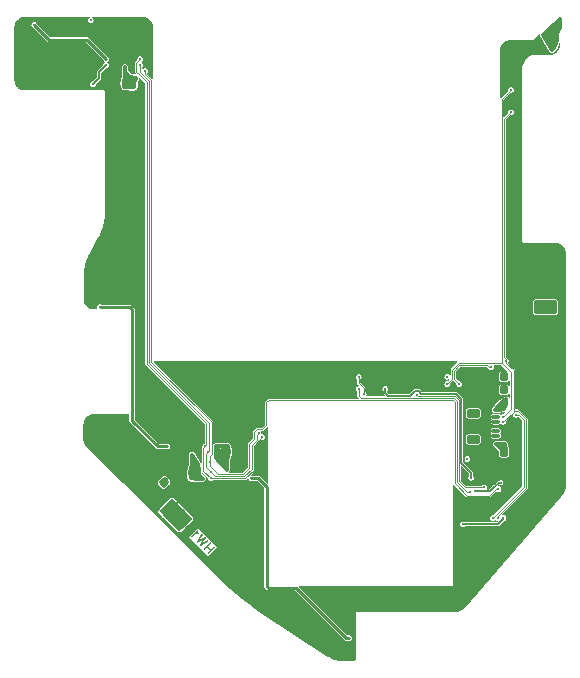
<source format=gbr>
%TF.GenerationSoftware,KiCad,Pcbnew,8.99.0-344-gfbc433deaa*%
%TF.CreationDate,2024-07-04T10:19:27-04:00*%
%TF.ProjectId,thundervolt_hw1,7468756e-6465-4727-966f-6c745f687731,rev?*%
%TF.SameCoordinates,PX85b368ePY7384544*%
%TF.FileFunction,Copper,L4,Bot*%
%TF.FilePolarity,Positive*%
%FSLAX46Y46*%
G04 Gerber Fmt 4.6, Leading zero omitted, Abs format (unit mm)*
G04 Created by KiCad (PCBNEW 8.99.0-344-gfbc433deaa) date 2024-07-04 10:19:27*
%MOMM*%
%LPD*%
G01*
G04 APERTURE LIST*
%ADD10C,0.100000*%
%TA.AperFunction,NonConductor*%
%ADD11C,0.100000*%
%TD*%
%TA.AperFunction,ViaPad*%
%ADD12C,0.300000*%
%TD*%
%TA.AperFunction,Conductor*%
%ADD13C,0.350000*%
%TD*%
%TA.AperFunction,Conductor*%
%ADD14C,0.300000*%
%TD*%
%TA.AperFunction,Conductor*%
%ADD15C,0.254000*%
%TD*%
%TA.AperFunction,Conductor*%
%ADD16C,0.088900*%
%TD*%
%TA.AperFunction,Conductor*%
%ADD17C,0.101600*%
%TD*%
%TA.AperFunction,Conductor*%
%ADD18C,0.152400*%
%TD*%
%TA.AperFunction,Conductor*%
%ADD19C,0.127000*%
%TD*%
G04 APERTURE END LIST*
D10*
D11*
G36*
X-4592196Y3218338D02*
G01*
X-4589260Y3233363D01*
X-4592196Y3248043D01*
X-4601176Y3261169D01*
X-4638999Y3294847D01*
X-4653852Y3297610D01*
X-4669222Y3294329D01*
X-4683384Y3286039D01*
X-4919991Y3049432D01*
X-5172660Y3302100D01*
X-4934153Y3540607D01*
X-4925863Y3554769D01*
X-4922582Y3570140D01*
X-4925345Y3585338D01*
X-4935362Y3595355D01*
X-4961095Y3621088D01*
X-4974221Y3630069D01*
X-4989074Y3633177D01*
X-5003926Y3630069D01*
X-5016879Y3621261D01*
X-5558139Y3080001D01*
X-5566947Y3067048D01*
X-5569883Y3052022D01*
X-5566947Y3037342D01*
X-5557966Y3024217D01*
X-5532233Y2998484D01*
X-5522216Y2988467D01*
X-5507536Y2985531D01*
X-5492511Y2988467D01*
X-5478522Y2996238D01*
X-5250032Y3224728D01*
X-4997363Y2972060D01*
X-5225853Y2743570D01*
X-5233798Y2729753D01*
X-5236734Y2714728D01*
X-5233625Y2699875D01*
X-5223781Y2690031D01*
X-5197875Y2664125D01*
X-5184922Y2655317D01*
X-5170069Y2652208D01*
X-5155217Y2655317D01*
X-5142264Y2664125D01*
X-4601004Y3205385D01*
X-4592196Y3218338D01*
G37*
G36*
X-5101332Y3745436D02*
G01*
X-5104268Y3760461D01*
X-5113422Y3773414D01*
X-5154008Y3808128D01*
X-5170069Y3810028D01*
X-5186994Y3805192D01*
X-5655372Y3539571D01*
X-5389924Y4010194D01*
X-5384915Y4024874D01*
X-5389924Y4049916D01*
X-5398732Y4060797D01*
X-5413757Y4073750D01*
X-5438972Y4068569D01*
X-5914086Y3798284D01*
X-5645528Y4269598D01*
X-5640692Y4286523D01*
X-5642592Y4302585D01*
X-5653473Y4315538D01*
X-5688359Y4348352D01*
X-5707184Y4353360D01*
X-5722037Y4350252D01*
X-5741898Y4332463D01*
X-6126859Y3637322D01*
X-6133422Y3612798D01*
X-6125996Y3592246D01*
X-6115115Y3581366D01*
X-6105098Y3571349D01*
X-6074011Y3584474D01*
X-5605806Y3847851D01*
X-5869182Y3379645D01*
X-5876263Y3364620D01*
X-5872291Y3338541D01*
X-5857438Y3323689D01*
X-5831878Y3321271D01*
X-5816507Y3326970D01*
X-5111177Y3719703D01*
X-5101332Y3745436D01*
G37*
G36*
X-5980405Y4395501D02*
G01*
X-5976260Y4413462D01*
X-6002166Y4497052D01*
X-6004411Y4660259D01*
X-6013219Y4673211D01*
X-6026172Y4682019D01*
X-6041024Y4685128D01*
X-6055877Y4682019D01*
X-6068830Y4673211D01*
X-6610090Y4131952D01*
X-6618898Y4118999D01*
X-6622007Y4104146D01*
X-6618898Y4089293D01*
X-6584184Y4050434D01*
X-6571231Y4041626D01*
X-6556378Y4038518D01*
X-6541526Y4041626D01*
X-6528573Y4050434D01*
X-6105789Y4473218D01*
X-6104580Y4452321D01*
X-6069866Y4361650D01*
X-6057950Y4351806D01*
X-6041888Y4347834D01*
X-6027035Y4350942D01*
X-6013219Y4358887D01*
X-5980405Y4395501D01*
G37*
D12*
%TO.N,GND*%
X-9687095Y9784750D03*
X-13415668Y42541502D03*
X-17515668Y47741502D03*
X20984332Y13841502D03*
X23384332Y28341502D03*
X-665668Y1641502D03*
X-13315668Y11041502D03*
X-17115668Y43441502D03*
X-13015668Y26441502D03*
X-1015668Y1641502D03*
X13934332Y17291502D03*
X18484332Y17841502D03*
X22244824Y10373253D03*
X22134332Y27741502D03*
X18084332Y17841502D03*
X-2615668Y11041502D03*
X-11115697Y9819638D03*
X-13915668Y26441502D03*
X21185067Y43778918D03*
X-13015668Y13141502D03*
X6234332Y16716039D03*
X18084332Y16741502D03*
X-13015668Y43441502D03*
X-13015668Y42141502D03*
X-10890985Y12348309D03*
X16216344Y7216418D03*
X-3515668Y17841502D03*
X18084332Y16341502D03*
X-13915668Y12241502D03*
X5184332Y-358498D03*
X-2815668Y10544371D03*
X-13615668Y11341502D03*
X-19015668Y43541502D03*
X-15311552Y26348714D03*
X24184332Y26241502D03*
X-12715668Y11041502D03*
X-13649019Y40162552D03*
X-15160825Y13795414D03*
X-14715668Y14241502D03*
X-18615668Y42741502D03*
X18484332Y16341502D03*
X-18615668Y43141502D03*
X11084332Y-1858498D03*
X4784332Y17941502D03*
X17842378Y2797052D03*
X-1315668Y13941502D03*
X-16415668Y47741502D03*
X22584332Y28741502D03*
X-12368504Y27728276D03*
X-19415668Y43541502D03*
X18484332Y16741502D03*
X-14904824Y27578745D03*
X-815668Y10551502D03*
X-8090668Y10741502D03*
X18084332Y11041502D03*
X18484332Y17441502D03*
X23384332Y26641502D03*
X23784332Y28341502D03*
X-11515668Y13241502D03*
X20184332Y13041502D03*
X21218682Y44121790D03*
X-9988477Y9514546D03*
X-19015668Y43141502D03*
X-20615668Y43541502D03*
X-17115668Y47341502D03*
X21184332Y43441502D03*
X-16015668Y43041502D03*
X-16015668Y47741502D03*
X-14515668Y11641502D03*
X24184332Y28341502D03*
X19784332Y13041502D03*
X17824332Y4771502D03*
X-14315668Y26841502D03*
X-14857846Y44486707D03*
X-13615668Y10741502D03*
X5184332Y-958498D03*
X-19815668Y43141502D03*
X-13658727Y36803503D03*
X24184332Y28741502D03*
X-13790668Y43541502D03*
X3684332Y-658498D03*
X-7915668Y9341502D03*
X1858303Y16196228D03*
X-13415668Y42141502D03*
X15384332Y-1558498D03*
X18384332Y14741502D03*
X584332Y17241502D03*
X17584332Y10741502D03*
X-13015668Y10741502D03*
X-17515668Y43041502D03*
X-2215668Y11041502D03*
X16534332Y2391502D03*
X11584332Y-458498D03*
X-16415668Y47341502D03*
X22984332Y26241502D03*
X-13615668Y12541502D03*
X-13915668Y13841502D03*
X-11604726Y10512945D03*
X19384332Y13441502D03*
X-14915668Y43441502D03*
X11534332Y16641502D03*
X-17115668Y47741502D03*
X24184332Y27041502D03*
X-11784158Y13552781D03*
X18484332Y10441502D03*
X20984332Y13041502D03*
X-13515668Y14241502D03*
X18984332Y13441502D03*
X4584332Y-958498D03*
X21064332Y8481502D03*
X-20215668Y43541502D03*
X22584332Y26641502D03*
X-12615668Y26841502D03*
X-14215668Y11941502D03*
X-2815668Y10141502D03*
X17984332Y10441502D03*
X23384332Y26241502D03*
X-2615668Y11441502D03*
X-19415668Y43141502D03*
X-14315668Y26441502D03*
X23784332Y26241502D03*
X-13315668Y12241502D03*
X-12372316Y14004243D03*
X-11623297Y12270974D03*
X23784332Y26641502D03*
X9284332Y-458498D03*
X23484332Y6941502D03*
X-11796211Y12997633D03*
X-2215668Y11441502D03*
X15834332Y7941502D03*
X10534332Y16391502D03*
X-13015668Y11941502D03*
X-13649019Y33735700D03*
X-13015668Y43841502D03*
X-13615668Y11941502D03*
X-13474993Y43120430D03*
X-2315668Y10441502D03*
X13784332Y-458498D03*
X-14515668Y12241502D03*
X16384332Y841502D03*
X-7315668Y10267261D03*
X19428562Y2102219D03*
X20184332Y13441502D03*
X-2040668Y10041502D03*
X-13653006Y31521619D03*
X21984332Y28741502D03*
X-13515668Y13841502D03*
X-13404897Y43619069D03*
X-2460454Y9972493D03*
X-13015668Y26841502D03*
X-20215668Y42741502D03*
X-13915668Y26841502D03*
X-14315668Y13841502D03*
X-2815668Y9741502D03*
X19784332Y13441502D03*
X23384332Y27691502D03*
X23384332Y27041502D03*
X24184332Y26641502D03*
X-7915668Y9741502D03*
X19063599Y4207773D03*
X-18615668Y43541502D03*
X-7845159Y10360397D03*
X-19415668Y42741502D03*
X23784332Y28741502D03*
X-13115668Y14241502D03*
X-12615668Y26441502D03*
X3984332Y-358498D03*
X22984332Y28741502D03*
X-10762853Y10333428D03*
X15954374Y6120177D03*
X-13015668Y11341502D03*
X16394161Y9245210D03*
X16904332Y15615502D03*
X22984332Y26641502D03*
X-13015668Y42541502D03*
X-15147572Y14153247D03*
X-9931319Y10054955D03*
X4584332Y-358498D03*
X-19815668Y43541502D03*
X21185067Y43096537D03*
X-13315668Y10441502D03*
X-20615668Y43141502D03*
X-17115668Y43041502D03*
X16609332Y11766502D03*
X-1055973Y1242401D03*
X22634332Y45591502D03*
X17484332Y11241502D03*
X-665668Y2141502D03*
X22405303Y6635950D03*
X7484332Y-1858498D03*
X-12415668Y11341502D03*
X22584332Y28341502D03*
X-17515668Y47341502D03*
X-7691976Y10811606D03*
X-20615668Y42741502D03*
X20234332Y6091502D03*
X-16015668Y43441502D03*
X-7315668Y10641502D03*
X16894332Y17721502D03*
X4284332Y-658498D03*
X-11097126Y11268155D03*
X-13115668Y13841502D03*
X18084332Y17441502D03*
X17919359Y9294359D03*
X-13915668Y11641502D03*
X-11530443Y8402072D03*
X23784332Y27041502D03*
X18584332Y15441502D03*
X-12347555Y9225374D03*
X-16015668Y47341502D03*
X21548107Y44743665D03*
X-12071836Y13291040D03*
X-7315668Y11041502D03*
X24034332Y27691502D03*
X18484332Y11041502D03*
X24584332Y27791502D03*
X-10222308Y9779554D03*
X18434332Y6791502D03*
X-12409458Y12592867D03*
X-17515668Y43441502D03*
X-3615668Y14641502D03*
X-20215668Y43141502D03*
X5484332Y-658498D03*
X-13315668Y11641502D03*
X23384332Y28741502D03*
X-14715668Y13841502D03*
X3984332Y-958498D03*
X22984332Y27041502D03*
X21332972Y44451215D03*
X3199200Y17300060D03*
X-19015668Y42741502D03*
X22144824Y13273253D03*
X-16415668Y43041502D03*
X20205970Y9056432D03*
X-14280748Y28670626D03*
X18084332Y11441502D03*
X-13915668Y14241502D03*
X-665668Y1241502D03*
X-13008888Y42979798D03*
X18584332Y13441502D03*
X6284332Y-658498D03*
X-12715668Y11641502D03*
X5884332Y-358498D03*
X20584332Y13441502D03*
X22984332Y28341502D03*
X20584332Y13841502D03*
X-14215668Y12541502D03*
X13143435Y18008229D03*
X10684332Y17291502D03*
X-665668Y841502D03*
X18484332Y11441502D03*
X-3015668Y12641502D03*
X-7515668Y9741502D03*
X-13915668Y12841502D03*
X20584332Y13041502D03*
X-19815668Y42741502D03*
X24584332Y28341502D03*
X-7515668Y9341502D03*
X4884332Y-658498D03*
X21984332Y28241502D03*
X22584332Y27041502D03*
X-8915668Y10241502D03*
X-16415668Y43441502D03*
X20853125Y12386758D03*
X14184332Y16541502D03*
X22584332Y26241502D03*
X22734332Y27691502D03*
X5884332Y-958498D03*
X-13915668Y11041502D03*
X18184332Y13441502D03*
X-1115668Y841502D03*
X3384332Y-358498D03*
X20984332Y13441502D03*
X-10125668Y11241502D03*
X-14815668Y11941502D03*
X-10484292Y9021096D03*
X-14315668Y14241502D03*
X-14215668Y11341502D03*
%TO.N,+3V3*%
X20084332Y16341502D03*
X23955502Y46379002D03*
X18984332Y14241502D03*
X23384332Y23541502D03*
X24234332Y45691502D03*
X23784332Y23941502D03*
X22984332Y23541502D03*
X24184332Y23941502D03*
X20084332Y17441502D03*
X23784332Y23541502D03*
X19684332Y17841502D03*
X19484332Y14841502D03*
X24584332Y47141502D03*
X23184332Y46591502D03*
X20084332Y15741502D03*
X19684332Y16741502D03*
X19084332Y14841502D03*
X19684332Y17441502D03*
X23384332Y23941502D03*
X24184332Y23541502D03*
X23586974Y46755603D03*
X23384332Y23141502D03*
X22984332Y23141502D03*
X23784332Y47141502D03*
X24584332Y47541502D03*
X19884332Y14941502D03*
X20084332Y16741502D03*
X22584332Y23141502D03*
X24350023Y46697893D03*
X24184332Y47541502D03*
X20084332Y17841502D03*
X23934332Y45291502D03*
X22584332Y23541502D03*
X22984332Y23941502D03*
X24184332Y47141502D03*
X24184332Y23141502D03*
X23784332Y23141502D03*
X24584332Y47941502D03*
X22584332Y23941502D03*
X20084332Y15341502D03*
X19684332Y16341502D03*
X23701256Y45721429D03*
X23434332Y46141502D03*
X24334332Y46141502D03*
X19384332Y14241502D03*
X19584332Y15441502D03*
%TO.N,+1V8*%
X-15115668Y47841502D03*
X15084332Y17651502D03*
X-13790658Y44543362D03*
X-19897251Y47459919D03*
%TO.N,+1V0*%
X-14341747Y23541502D03*
X-8665668Y11741502D03*
%TO.N,+1V15*%
X6784332Y-4473101D03*
X-1515668Y9041502D03*
%TO.N,SDA*%
X-897441Y12846329D03*
X-10915668Y44041502D03*
X20884332Y14436143D03*
X-5215668Y11241502D03*
X-4915668Y9541502D03*
X19784332Y14241502D03*
X20484332Y41941502D03*
X15084332Y17041502D03*
X18934332Y5691502D03*
%TO.N,SCL*%
X18814332Y18466502D03*
X-10915668Y44541502D03*
X20484332Y40041502D03*
X-582318Y12541502D03*
X19384332Y5691502D03*
X7995838Y16160971D03*
X7584332Y17641502D03*
X-5415668Y11741502D03*
X-4915668Y9041502D03*
X16084332Y17041502D03*
X20037332Y18969502D03*
X19784332Y13841502D03*
%TO.N,EN*%
X19410383Y8129344D03*
X-10515668Y43541502D03*
X-5015668Y10398014D03*
%TO.N,VBAT*%
X-7615668Y5941502D03*
X19584332Y11941502D03*
X-6109635Y8996864D03*
X-6515668Y10241502D03*
X-3615668Y10541502D03*
X-11415668Y42541502D03*
X-8515668Y5641502D03*
X-3815668Y11441502D03*
X-5915668Y9341502D03*
X-7315668Y5041502D03*
X-6041307Y10239779D03*
X19684332Y11041502D03*
X20084332Y11041502D03*
X-7615668Y4741502D03*
X-12215668Y43041502D03*
X20084332Y11441502D03*
X-8215668Y7141502D03*
X-6315668Y9341502D03*
X-8515668Y6841502D03*
X-4521148Y10746356D03*
X-12215668Y43841502D03*
X-3615668Y9741502D03*
X-3615668Y10141502D03*
X-8215668Y5341502D03*
X-8855138Y8968317D03*
X-8215668Y6541502D03*
X-6515668Y10641502D03*
X-7915668Y6241502D03*
X19684332Y11441502D03*
X-7915668Y6841502D03*
X-6653004Y9042416D03*
X-11815668Y42541502D03*
X-11815668Y42141502D03*
X-12329478Y42615810D03*
X19184332Y11941502D03*
X-6315668Y9741502D03*
X-8815668Y6541502D03*
X-8815668Y5941502D03*
X-9115668Y6241502D03*
X-4501231Y11748826D03*
X-7015668Y5341502D03*
X-12215668Y43441502D03*
X-8215668Y5941502D03*
X-8633297Y8714784D03*
X-4215668Y11441502D03*
X-7315668Y5641502D03*
X-6715668Y5641502D03*
X19384332Y12641502D03*
X-11748792Y43044551D03*
X-6695302Y9540233D03*
X-4026552Y11805256D03*
X16784332Y10691502D03*
X-11260245Y42981737D03*
X-4215668Y11041502D03*
X-5637848Y9029401D03*
X-8515668Y6241502D03*
X-7915668Y5641502D03*
X-3409137Y11257549D03*
X-3498762Y11742187D03*
X-7915668Y5041502D03*
X-3815668Y11041502D03*
X-7015668Y5941502D03*
X-4099579Y10540551D03*
X-8931198Y8429560D03*
X-7615668Y5341502D03*
X-4538774Y11239878D03*
X-12282593Y42202373D03*
X-9165716Y8695769D03*
X19984332Y11941502D03*
X-5915668Y9741502D03*
X-6515668Y11041502D03*
X18984332Y12641502D03*
X-7315668Y6241502D03*
X-7615668Y6541502D03*
X-11415668Y42141502D03*
%TO.N,Net-(U4-LX2)*%
X17684332Y14341502D03*
X17284332Y14341502D03*
X18984332Y13841502D03*
X17284332Y14741502D03*
X16884332Y14741502D03*
X16884332Y14341502D03*
X19384332Y13841502D03*
X17684332Y14741502D03*
%TO.N,Net-(U4-LX1)*%
X17684332Y12141502D03*
X17684332Y12541502D03*
X17284332Y12541502D03*
X16884332Y12541502D03*
X16884332Y12141502D03*
X17284332Y12141502D03*
X18984332Y13041502D03*
X19384332Y13041502D03*
%TO.N,Net-(U3-VSET)*%
X-13815668Y44041502D03*
X-14915668Y42441502D03*
%TO.N,Net-(U5-PC0)*%
X16378025Y5161502D03*
X19834332Y5691502D03*
%TO.N,+1V8_ALW*%
X17095648Y9089286D03*
X9834332Y16641502D03*
X17459012Y7936601D03*
X19591352Y8685420D03*
%TO.N,ALERT*%
X7584332Y16641502D03*
X16998332Y7891502D03*
%TO.N,SAFEMODE*%
X18184059Y8274697D03*
X12484332Y16141502D03*
%TD*%
D13*
%TO.N,+3V3*%
X24184332Y47541502D02*
X23784332Y47141502D01*
D14*
X20084332Y15741502D02*
X19484332Y14841502D01*
D13*
X24184332Y23141502D02*
X22584332Y23141502D01*
D14*
X19484332Y14841502D02*
X19884332Y14941502D01*
D13*
X23586974Y46755603D02*
X23701256Y45721429D01*
X22984332Y23941502D02*
X23384332Y23141502D01*
D14*
X19684332Y16741502D02*
X20084332Y16741502D01*
D13*
X24350023Y46697893D02*
X24584332Y47141502D01*
D14*
X19484332Y14841502D02*
X19584332Y15441502D01*
X19884332Y14941502D02*
X20084332Y15341502D01*
D13*
X23384332Y23941502D02*
X23784332Y23141502D01*
X23784332Y47141502D02*
X23955502Y46379002D01*
D14*
X19084332Y14841502D02*
X19484332Y14841502D01*
X18984332Y14241502D02*
X19384332Y14241502D01*
D13*
X23384332Y23941502D02*
X23384332Y23141502D01*
D14*
X19684332Y17441502D02*
X20084332Y17441502D01*
X20084332Y17841502D02*
X20084332Y17441502D01*
X20084332Y16741502D02*
X20084332Y16341502D01*
D13*
X23184332Y46591502D02*
X23934332Y45291502D01*
X23784332Y23941502D02*
X24184332Y23141502D01*
X24184332Y47541502D02*
X24350023Y46697893D01*
D14*
X19684332Y16741502D02*
X19684332Y16341502D01*
D13*
X22584332Y23941502D02*
X22984332Y23141502D01*
D14*
X19684332Y17841502D02*
X20084332Y17441502D01*
X19684332Y16741502D02*
X20084332Y16341502D01*
D13*
X22584332Y23941502D02*
X22584332Y23141502D01*
X24584332Y47941502D02*
X24584332Y47141502D01*
X23955502Y46379002D02*
X23701256Y45721429D01*
X24334332Y46141502D02*
X24350023Y46697893D01*
X24184332Y23941502D02*
X24184332Y23141502D01*
X22984332Y23941502D02*
X22984332Y23141502D01*
X24184332Y47541502D02*
X23934332Y45291502D01*
D14*
X20084332Y15741502D02*
X20084332Y15341502D01*
X20084332Y15741502D02*
X19584332Y15441502D01*
D13*
X22584332Y23941502D02*
X24184332Y23941502D01*
X24334332Y46141502D02*
X24234332Y45691502D01*
D14*
X19684332Y16341502D02*
X20084332Y16341502D01*
D13*
X23784332Y23941502D02*
X23784332Y23141502D01*
X24584332Y47941502D02*
X24184332Y47541502D01*
X23784332Y47141502D02*
X23184332Y46591502D01*
X23586974Y46755603D02*
X23434332Y46141502D01*
D14*
X19684332Y17841502D02*
X19684332Y17441502D01*
D13*
X24584332Y47541502D02*
X24184332Y47141502D01*
D14*
X19584332Y15441502D02*
X19884332Y14941502D01*
X19584332Y15441502D02*
X19084332Y14841502D01*
D13*
X23586974Y46755603D02*
X23955502Y46379002D01*
X23934332Y45291502D02*
X24234332Y45691502D01*
D14*
X20084332Y17841502D02*
X19684332Y17841502D01*
D15*
%TO.N,+1V8*%
X-19897251Y47459919D02*
X-18616334Y46179002D01*
X-18616334Y46179002D02*
X-15426298Y46179002D01*
X-15426298Y46179002D02*
X-13790658Y44543362D01*
%TO.N,+1V0*%
X-14341747Y23541502D02*
X-11815668Y23541502D01*
X-11615668Y13941502D02*
X-9415668Y11741502D01*
X-11815668Y23541502D02*
X-11615668Y23341502D01*
X-9415668Y11741502D02*
X-8665668Y11741502D01*
X-11615668Y23341502D02*
X-11615668Y13941502D01*
%TO.N,+1V15*%
X6784332Y-4473101D02*
X6498935Y-4473101D01*
X-227000Y-94026D02*
X-227000Y8352834D01*
X-94026Y-227000D02*
X-227000Y-94026D01*
X-915668Y9041502D02*
X-1515668Y9041502D01*
X2252834Y-227000D02*
X-94026Y-227000D01*
X-227000Y8352834D02*
X-915668Y9041502D01*
X6498935Y-4473101D02*
X2252834Y-227000D01*
D16*
%TO.N,SDA*%
X21576532Y8333702D02*
X21576532Y13977854D01*
X-1499818Y11884430D02*
X-1499818Y9867780D01*
X-2141946Y9225652D02*
X-4599818Y9225652D01*
X21118243Y14436143D02*
X20884332Y14436143D01*
X21576532Y13977854D02*
X21118243Y14436143D01*
X-1065668Y12318580D02*
X-1499818Y11884430D01*
D17*
X-5088994Y13754400D02*
X-10174818Y18840224D01*
D16*
X-1499818Y9867780D02*
X-2141946Y9225652D01*
D17*
X-10174818Y42670060D02*
X-10915668Y43410910D01*
D16*
X15484332Y18241502D02*
X16033224Y18790393D01*
D17*
X-5365668Y9991502D02*
X-4915668Y9541502D01*
X-5365668Y11091502D02*
X-5365668Y9991502D01*
X-10915668Y43410910D02*
X-10915668Y44041502D01*
X-5215668Y11241502D02*
X-5088994Y11368176D01*
X-10174818Y18840224D02*
X-10174818Y42670060D01*
D16*
X-4599818Y9225652D02*
X-4915668Y9541502D01*
X19702073Y18790393D02*
X19702073Y41159243D01*
X-897441Y12846329D02*
X-1065668Y12678102D01*
D17*
X-5215668Y11241502D02*
X-5365668Y11091502D01*
D16*
X19702073Y18790393D02*
X20483608Y18008858D01*
X20484332Y14942220D02*
X20484332Y18008858D01*
X19784332Y14242220D02*
X20484332Y14942220D01*
X15084332Y17041502D02*
X15484332Y17441502D01*
D17*
X-5088994Y11368176D02*
X-5088994Y13754400D01*
D16*
X18934332Y5691502D02*
X21576532Y8333702D01*
X19702073Y41159243D02*
X20484332Y41941502D01*
X15484332Y17441502D02*
X15484332Y18241502D01*
X20483608Y18008858D02*
X20484332Y18008858D01*
X16033224Y18790393D02*
X19702073Y18790393D01*
X-1065668Y12678102D02*
X-1065668Y12318580D01*
%TO.N,SCL*%
X21055535Y14750299D02*
X20742330Y14750299D01*
X20037332Y19138502D02*
X19884332Y19291502D01*
D17*
X-1315668Y11808152D02*
X-582318Y12541502D01*
D16*
X19803758Y13841502D02*
X19834332Y13841502D01*
X16084332Y17041502D02*
X15662132Y17463702D01*
X18609332Y18466502D02*
X18814332Y18466502D01*
X19884332Y39441502D02*
X20484332Y40041502D01*
X19384332Y5835022D02*
X21754332Y8205022D01*
D17*
X-2065668Y9041502D02*
X-1315668Y9791502D01*
X-5565668Y9691502D02*
X-4915668Y9041502D01*
X-4915668Y9041502D02*
X-2065668Y9041502D01*
D16*
X21754332Y14051502D02*
X21055535Y14750299D01*
X20684332Y14692301D02*
X20684332Y14691502D01*
X19834332Y13841502D02*
X20684332Y14691502D01*
X20701127Y14791502D02*
X20684332Y14791502D01*
X20742330Y14750299D02*
X20684332Y14692301D01*
D17*
X-11025366Y43241200D02*
X-11025366Y43241502D01*
X-11025366Y43241502D02*
X-11265668Y43481804D01*
D16*
X7984332Y16701502D02*
X7584332Y17101502D01*
D17*
X-5315668Y13711666D02*
X-10365318Y18761316D01*
D16*
X7995838Y16160971D02*
X7995838Y16688996D01*
X20037332Y18839950D02*
X20684332Y18192950D01*
X20684332Y18192950D02*
X20684332Y14691502D01*
X20037332Y18969502D02*
X20037332Y19138502D01*
D17*
X-5415668Y11741502D02*
X-5565668Y11591502D01*
X-5415668Y11741502D02*
X-5315668Y11841502D01*
D16*
X19884332Y19291502D02*
X19884332Y39441502D01*
X7584332Y17101502D02*
X7584332Y17641502D01*
X19384332Y5691502D02*
X19384332Y5835022D01*
X16100045Y18605767D02*
X18470067Y18605767D01*
D17*
X-10365318Y42581152D02*
X-11025366Y43241200D01*
D16*
X7995838Y16688996D02*
X7984332Y16700502D01*
X15662132Y17463702D02*
X15662132Y18167854D01*
X15662132Y18167854D02*
X16100045Y18605767D01*
X18470067Y18605767D02*
X18609332Y18466502D01*
D17*
X-5565668Y11591502D02*
X-5565668Y9691502D01*
X-5315668Y11841502D02*
X-5315668Y13711666D01*
X-10365318Y18761316D02*
X-10365318Y42581152D01*
X-11265668Y44191502D02*
X-10915668Y44541502D01*
D16*
X20742330Y14750299D02*
X20701127Y14791502D01*
D17*
X-1315668Y9791502D02*
X-1315668Y11808152D01*
D16*
X20037332Y18969502D02*
X20037332Y18839950D01*
X7984332Y16700502D02*
X7984332Y16701502D01*
D17*
X-11265668Y43481804D02*
X-11265668Y44191502D01*
D16*
X21754332Y8205022D02*
X21754332Y14051502D01*
%TO.N,EN*%
X-9990668Y18916502D02*
X-9990668Y42746338D01*
X15714332Y15511502D02*
X15714332Y8621502D01*
X-2215594Y9403452D02*
X-1677618Y9941428D01*
X-1677618Y9941428D02*
X-1677618Y11958078D01*
X16756332Y7579502D02*
X18622332Y7579502D01*
X-9990668Y42746338D02*
X-10515668Y43271338D01*
X-4326894Y9403452D02*
X-2215594Y9403452D01*
X15562854Y15662980D02*
X15714332Y15511502D01*
X15714332Y8621502D02*
X16756332Y7579502D01*
X-587935Y13191502D02*
X-237681Y13541756D01*
X-237681Y13541756D02*
X-237681Y15467725D01*
X-10515668Y43271338D02*
X-10515668Y43541502D01*
X-1265668Y12941013D02*
X-1015179Y13191502D01*
X-42426Y15662980D02*
X15562854Y15662980D01*
X-1265668Y12370028D02*
X-1265668Y12941013D01*
X-4865668Y11091502D02*
X-4865668Y13791502D01*
X-1015179Y13191502D02*
X-587935Y13191502D01*
X18622332Y7579502D02*
X19172174Y8129344D01*
X-5015668Y10398014D02*
X-5015668Y10092226D01*
X19172174Y8129344D02*
X19410383Y8129344D01*
X-237681Y15467725D02*
X-42426Y15662980D01*
X-1677618Y11958078D02*
X-1265668Y12370028D01*
X-5015668Y10092226D02*
X-4326894Y9403452D01*
X-5015668Y10941502D02*
X-4865668Y11091502D01*
X-4865668Y13791502D02*
X-9990668Y18916502D01*
X-5015668Y10398014D02*
X-5015668Y10941502D01*
D13*
%TO.N,VBAT*%
X-6041307Y10239779D02*
X-6109635Y8996864D01*
X-6515668Y11041502D02*
X-6041307Y10239779D01*
X-12215668Y43441502D02*
X-11748792Y43044551D01*
X-6515668Y11041502D02*
X-6515668Y10641502D01*
X-7015668Y5341502D02*
X-8515668Y6841502D01*
X-9115668Y6241502D02*
X-7615668Y4741502D01*
X-4501231Y11748826D02*
X-4538774Y11239878D01*
X-11415668Y42141502D02*
X-11415668Y42541502D01*
X-6515668Y10241502D02*
X-6695302Y9540233D01*
X-12215668Y43041502D02*
X-11815668Y42541502D01*
X-8855138Y8968317D02*
X-8633297Y8714784D01*
X-8815668Y6541502D02*
X-7315668Y5041502D01*
X-6515668Y10641502D02*
X-6041307Y10239779D01*
X-8633297Y8714784D02*
X-8931198Y8429560D01*
X-3498762Y11742187D02*
X-3409137Y11257549D01*
X-6653004Y9042416D02*
X-6109635Y8996864D01*
X-3498762Y11742187D02*
X-3815668Y11041502D01*
X-5915668Y9341502D02*
X-5637848Y9029401D01*
X-5915668Y9741502D02*
X-5915668Y9341502D01*
X-3615668Y10541502D02*
X-3615668Y9741502D01*
D14*
X20084332Y11041502D02*
X19684332Y11041502D01*
D13*
X-6515668Y10641502D02*
X-6515668Y10241502D01*
X-6653004Y9042416D02*
X-6041307Y10239779D01*
X-8515668Y6841502D02*
X-8515668Y5641502D01*
X-4521148Y10746356D02*
X-4099579Y10540551D01*
X-7615668Y6541502D02*
X-7615668Y4741502D01*
X-12215668Y43041502D02*
X-11415668Y42141502D01*
X-12215668Y43041502D02*
X-12329478Y42615810D01*
D14*
X19584332Y11941502D02*
X20084332Y11441502D01*
X19684332Y11441502D02*
X20084332Y11441502D01*
X20084332Y11441502D02*
X20084332Y11041502D01*
D13*
X-8215668Y7141502D02*
X-8215668Y5341502D01*
X-4099579Y10540551D02*
X-3615668Y10541502D01*
X-4501231Y11748826D02*
X-4215668Y11441502D01*
X-6715668Y5641502D02*
X-7615668Y4741502D01*
X-4501231Y11748826D02*
X-4099579Y10540551D01*
X-8215668Y7141502D02*
X-9115668Y6241502D01*
D14*
X19184332Y11941502D02*
X19984332Y11941502D01*
D13*
X-6695302Y9540233D02*
X-6653004Y9042416D01*
X-4538774Y11239878D02*
X-4521148Y10746356D01*
D14*
X19184332Y11941502D02*
X19684332Y11441502D01*
D13*
X-12282593Y42202373D02*
X-11748792Y43044551D01*
X-9165716Y8695769D02*
X-8931198Y8429560D01*
D14*
X18984332Y12641502D02*
X19384332Y12641502D01*
D13*
X-3409137Y11257549D02*
X-3615668Y10541502D01*
X-11415668Y42541502D02*
X-11260245Y42981737D01*
X-4501231Y11748826D02*
X-4026552Y11805256D01*
X-11815668Y42141502D02*
X-12282593Y42202373D01*
X-6515668Y10241502D02*
X-5915668Y9741502D01*
X-6109635Y8996864D02*
X-5637848Y9029401D01*
D14*
X19684332Y11041502D02*
X19684332Y11441502D01*
D13*
X-8215668Y7141502D02*
X-6715668Y5641502D01*
X-6515668Y10241502D02*
X-6109635Y8996864D01*
X-7315668Y6241502D02*
X-7315668Y5041502D01*
D14*
X19984332Y11941502D02*
X20084332Y11441502D01*
D13*
X-4099579Y10540551D02*
X-3615668Y10141502D01*
X-12215668Y43841502D02*
X-12215668Y43441502D01*
X-12282593Y42202373D02*
X-11260245Y42981737D01*
X-7015668Y5941502D02*
X-7015668Y5341502D01*
X-4026552Y11805256D02*
X-3615668Y10541502D01*
X-12329478Y42615810D02*
X-12282593Y42202373D01*
X-11815668Y42141502D02*
X-11415668Y42141502D01*
X-9165716Y8695769D02*
X-8855138Y8968317D01*
X-4026552Y11805256D02*
X-3498762Y11742187D01*
X-5915668Y9741502D02*
X-6041307Y10239779D01*
X-8815668Y6541502D02*
X-8815668Y5941502D01*
X-4099579Y10540551D02*
X-3815668Y11441502D01*
X-4521148Y10746356D02*
X-3815668Y11441502D01*
X-7915668Y6841502D02*
X-7915668Y5041502D01*
X-11260245Y42981737D02*
X-11748792Y43044551D01*
D14*
X19684332Y11041502D02*
X20084332Y11441502D01*
D13*
X-12215668Y43441502D02*
X-12215668Y43041502D01*
X-4521148Y10746356D02*
X-3615668Y9741502D01*
X-11748792Y43044551D02*
X-11815668Y42141502D01*
D14*
%TO.N,Net-(U4-LX2)*%
X17284332Y14741502D02*
X17284332Y14341502D01*
X18984332Y13841502D02*
X19384332Y13841502D01*
X17684332Y14741502D02*
X17684332Y14341502D01*
X16884332Y14741502D02*
X17684332Y14741502D01*
X16884332Y14741502D02*
X17284332Y14341502D01*
X16884332Y14341502D02*
X17684332Y14341502D01*
X16884332Y14741502D02*
X16884332Y14341502D01*
X17284332Y14341502D02*
X17684332Y14741502D01*
%TO.N,Net-(U4-LX1)*%
X18984332Y13041502D02*
X19384332Y13041502D01*
X16884332Y12541502D02*
X17284332Y12141502D01*
X16884332Y12541502D02*
X16884332Y12141502D01*
X17284332Y12541502D02*
X17284332Y12141502D01*
X17284332Y12141502D02*
X17684332Y12541502D01*
X16884332Y12141502D02*
X17684332Y12141502D01*
X17684332Y12541502D02*
X17684332Y12141502D01*
X17684332Y12541502D02*
X16884332Y12541502D01*
D18*
%TO.N,Net-(U3-VSET)*%
X-14415668Y43441502D02*
X-13815668Y44041502D01*
X-14415668Y42941502D02*
X-14415668Y43441502D01*
X-14915668Y42441502D02*
X-14415668Y42941502D01*
%TO.N,Net-(U5-PC0)*%
X19363854Y5162646D02*
X18325476Y5162646D01*
X19834332Y5691502D02*
X19834332Y5633124D01*
X18324332Y5161502D02*
X16378025Y5161502D01*
X19834332Y5633124D02*
X19363854Y5162646D01*
X18325476Y5162646D02*
X18324332Y5161502D01*
D19*
%TO.N,+1V8_ALW*%
X17095648Y9530186D02*
X16266782Y10359052D01*
X16266782Y15759052D02*
X15805395Y16220439D01*
X10087482Y16038352D02*
X9834332Y16291502D01*
X19134332Y8392752D02*
X19134332Y8391502D01*
X11923104Y16038352D02*
X10087482Y16038352D01*
X12660869Y16443902D02*
X12328654Y16443902D01*
X19427000Y8685420D02*
X19134332Y8392752D01*
X9834332Y16291502D02*
X9834332Y16641502D01*
X12328654Y16443902D02*
X11923104Y16038352D01*
X12884332Y16220439D02*
X12660869Y16443902D01*
X17095648Y9089286D02*
X17095648Y9530186D01*
X18679431Y7936601D02*
X17459012Y7936601D01*
X16266782Y10359052D02*
X16266782Y15759052D01*
X15805395Y16220439D02*
X12884332Y16220439D01*
X19134332Y8391502D02*
X18679431Y7936601D01*
X19591352Y8685420D02*
X19427000Y8685420D01*
D16*
%TO.N,ALERT*%
X15892132Y15585149D02*
X15892132Y8707254D01*
X7791332Y15841502D02*
X15635780Y15841502D01*
X15635780Y15841502D02*
X15892132Y15585149D01*
X16707884Y7891502D02*
X17041164Y7891502D01*
X15892132Y8707254D02*
X16707884Y7891502D01*
X7584332Y16641502D02*
X7584332Y16048502D01*
X7584332Y16048502D02*
X7791332Y15841502D01*
%TO.N,SAFEMODE*%
X15705138Y16023589D02*
X16069932Y15658795D01*
X16576332Y8274502D02*
X18183864Y8274502D01*
X12484332Y16141502D02*
X12602245Y16023589D01*
X18183864Y8274502D02*
X18184059Y8274697D01*
X16069932Y8780902D02*
X16576332Y8274502D01*
X16069932Y15658795D02*
X16069932Y8780902D01*
X12602245Y16023589D02*
X15705138Y16023589D01*
%TD*%
%TA.AperFunction,Conductor*%
%TO.N,GND*%
G36*
X-15226026Y48118139D02*
G01*
X-15213300Y48087415D01*
X-15226026Y48056691D01*
X-15232611Y48051287D01*
X-15288266Y48014101D01*
X-15288267Y48014100D01*
X-15341178Y47934911D01*
X-15359758Y47841502D01*
X-15341178Y47748093D01*
X-15288266Y47668904D01*
X-15209077Y47615992D01*
X-15115668Y47597412D01*
X-15022259Y47615992D01*
X-14943070Y47668904D01*
X-14890158Y47748093D01*
X-14871578Y47841502D01*
X-14890158Y47934911D01*
X-14943070Y48014100D01*
X-14998726Y48051288D01*
X-15017201Y48078938D01*
X-15010714Y48111554D01*
X-14983063Y48130030D01*
X-14974586Y48130865D01*
X-10782598Y48130865D01*
X-10782584Y48130864D01*
X-10776162Y48130865D01*
X-10776160Y48130863D01*
X-10751363Y48130865D01*
X-10747109Y48130657D01*
X-10577995Y48114011D01*
X-10569649Y48112352D01*
X-10409077Y48063653D01*
X-10401212Y48060394D01*
X-10384172Y48051287D01*
X-10253241Y47981311D01*
X-10246158Y47976579D01*
X-10116457Y47870145D01*
X-10110434Y47864123D01*
X-10003989Y47734429D01*
X-9999256Y47727346D01*
X-9920162Y47579379D01*
X-9916902Y47571510D01*
X-9868194Y47410952D01*
X-9866532Y47402597D01*
X-9849947Y47234228D01*
X-9849738Y47229969D01*
X-9849738Y42899598D01*
X-9862464Y42868874D01*
X-9893188Y42856148D01*
X-9923912Y42868874D01*
X-10354113Y43299075D01*
X-10366839Y43329799D01*
X-10354113Y43360523D01*
X-10347532Y43365923D01*
X-10343070Y43368904D01*
X-10290158Y43448093D01*
X-10271578Y43541502D01*
X-10290158Y43634911D01*
X-10343070Y43714100D01*
X-10349434Y43718352D01*
X-10404532Y43755167D01*
X-10422259Y43767012D01*
X-10515668Y43785592D01*
X-10609077Y43767012D01*
X-10688266Y43714101D01*
X-10688268Y43714099D01*
X-10695891Y43702689D01*
X-10723541Y43684214D01*
X-10756158Y43690702D01*
X-10774633Y43718352D01*
X-10775468Y43726829D01*
X-10775468Y43824033D01*
X-10762742Y43854757D01*
X-10756160Y43860159D01*
X-10743070Y43868904D01*
X-10690158Y43948093D01*
X-10671578Y44041502D01*
X-10690158Y44134911D01*
X-10743070Y44214100D01*
X-10743073Y44214102D01*
X-10770326Y44232312D01*
X-10804843Y44255375D01*
X-10823318Y44283025D01*
X-10816831Y44315641D01*
X-10804844Y44327629D01*
X-10743070Y44368904D01*
X-10690158Y44448093D01*
X-10671578Y44541502D01*
X-10690158Y44634911D01*
X-10743070Y44714100D01*
X-10744477Y44715040D01*
X-10769348Y44731659D01*
X-10822259Y44767012D01*
X-10915668Y44785592D01*
X-11009077Y44767012D01*
X-11088266Y44714101D01*
X-11088267Y44714100D01*
X-11141178Y44634911D01*
X-11159758Y44541503D01*
X-11159758Y44541501D01*
X-11156688Y44526065D01*
X-11163176Y44493449D01*
X-11168579Y44486865D01*
X-11351197Y44304247D01*
X-11351198Y44304248D01*
X-11384523Y44270922D01*
X-11405868Y44219390D01*
X-11405868Y43453917D01*
X-11384524Y43402387D01*
X-11316117Y43333980D01*
X-11303391Y43303256D01*
X-11316117Y43272532D01*
X-11346841Y43259806D01*
X-11352382Y43260161D01*
X-11624497Y43295148D01*
X-11647101Y43305140D01*
X-11935963Y43550739D01*
X-11951126Y43580336D01*
X-11951268Y43583842D01*
X-11951268Y43894094D01*
X-11973635Y43948094D01*
X-11991520Y43991273D01*
X-12065897Y44065650D01*
X-12163076Y44105902D01*
X-12268260Y44105902D01*
X-12316850Y44085776D01*
X-12365440Y44065650D01*
X-12439816Y43991274D01*
X-12480068Y43894094D01*
X-12480068Y43489913D01*
X-12482164Y43476581D01*
X-12483451Y43472591D01*
X-12483451Y43472590D01*
X-12480210Y43432567D01*
X-12480068Y43429060D01*
X-12480068Y43081944D01*
X-12481542Y43070722D01*
X-12584164Y42686881D01*
X-12584379Y42686106D01*
X-12598122Y42638271D01*
X-12598237Y42636888D01*
X-12598270Y42636698D01*
X-12598304Y42636168D01*
X-12598363Y42635376D01*
X-12598405Y42634877D01*
X-12598400Y42634681D01*
X-12598491Y42633291D01*
X-12591968Y42583958D01*
X-12591870Y42583159D01*
X-12550289Y42216493D01*
X-12550655Y42204152D01*
X-12552095Y42195875D01*
X-12551992Y42191590D01*
X-12552360Y42191582D01*
X-12552284Y42189822D01*
X-12551918Y42189844D01*
X-12551837Y42188541D01*
X-12551842Y42188405D01*
X-12551637Y42185341D01*
X-12551627Y42185179D01*
X-12551580Y42184429D01*
X-12551573Y42184403D01*
X-12551573Y42184402D01*
X-12549978Y42178480D01*
X-12543919Y42155979D01*
X-12542702Y42149579D01*
X-12539384Y42120325D01*
X-12539384Y42120324D01*
X-12539383Y42120323D01*
X-12535314Y42112973D01*
X-12530930Y42101433D01*
X-12529092Y42093232D01*
X-12527360Y42089320D01*
X-12527694Y42089173D01*
X-12526955Y42087586D01*
X-12526626Y42087746D01*
X-12526053Y42086575D01*
X-12525992Y42086411D01*
X-12524417Y42083231D01*
X-12524331Y42083056D01*
X-12524226Y42082842D01*
X-12524222Y42082836D01*
X-12524221Y42082835D01*
X-12517559Y42074176D01*
X-12506270Y42059502D01*
X-12502694Y42054052D01*
X-12488438Y42028300D01*
X-12481864Y42023065D01*
X-12473399Y42014084D01*
X-12468561Y42007209D01*
X-12468559Y42007208D01*
X-12465460Y42004254D01*
X-12465717Y42003986D01*
X-12464445Y42002819D01*
X-12464200Y42003096D01*
X-12463219Y42002231D01*
X-12463105Y42002109D01*
X-12460475Y41999810D01*
X-12460326Y41999678D01*
X-12460095Y41999475D01*
X-12460085Y41999469D01*
X-12460083Y41999467D01*
X-12446644Y41991731D01*
X-12434570Y41984780D01*
X-12429182Y41981114D01*
X-12406153Y41962776D01*
X-12398078Y41960457D01*
X-12386815Y41955396D01*
X-12379720Y41950898D01*
X-12375725Y41949355D01*
X-12375859Y41949009D01*
X-12374232Y41948416D01*
X-12374112Y41948765D01*
X-12372883Y41948344D01*
X-12372757Y41948287D01*
X-12369692Y41947250D01*
X-12369526Y41947193D01*
X-12368943Y41946993D01*
X-12368924Y41946991D01*
X-12368923Y41946990D01*
X-12339727Y41943184D01*
X-12333355Y41941861D01*
X-12305057Y41933731D01*
X-12296713Y41934678D01*
X-12284367Y41934312D01*
X-12276091Y41932871D01*
X-12271815Y41932974D01*
X-12271806Y41932601D01*
X-12270070Y41932677D01*
X-12270093Y41933047D01*
X-12268785Y41933129D01*
X-12263617Y41932956D01*
X-12263256Y41932971D01*
X-12262984Y41932935D01*
X-12260451Y41932850D01*
X-11901778Y41886091D01*
X-11887848Y41881811D01*
X-11887777Y41881776D01*
X-11887643Y41881708D01*
X-11884549Y41881479D01*
X-11871134Y41878292D01*
X-11868260Y41877102D01*
X-11835647Y41877102D01*
X-11830029Y41876737D01*
X-11797700Y41872522D01*
X-11797700Y41872523D01*
X-11797697Y41872522D01*
X-11797492Y41872578D01*
X-11782962Y41873956D01*
X-11782747Y41873940D01*
X-11780394Y41874717D01*
X-11779798Y41874913D01*
X-11766182Y41877102D01*
X-11468260Y41877102D01*
X-11424718Y41877102D01*
X-11422167Y41877027D01*
X-11378693Y41874470D01*
X-11378026Y41874702D01*
X-11363785Y41877102D01*
X-11363077Y41877102D01*
X-11363076Y41877102D01*
X-11322802Y41893785D01*
X-11320479Y41894668D01*
X-11279318Y41908947D01*
X-11278792Y41909415D01*
X-11266552Y41917083D01*
X-11265897Y41917354D01*
X-11235074Y41948179D01*
X-11233270Y41949881D01*
X-11200703Y41978828D01*
X-11200398Y41979458D01*
X-11192018Y41991234D01*
X-11191520Y41991731D01*
X-11174849Y42031981D01*
X-11173819Y42034276D01*
X-11154812Y42073474D01*
X-11154771Y42074178D01*
X-11151537Y42088262D01*
X-11151268Y42088910D01*
X-11151268Y42132454D01*
X-11151193Y42135005D01*
X-11150145Y42152822D01*
X-11148636Y42178478D01*
X-11148868Y42179148D01*
X-11151268Y42193389D01*
X-11151268Y42488754D01*
X-11148790Y42503219D01*
X-11137285Y42535806D01*
X-11020554Y42866447D01*
X-11017143Y42873822D01*
X-11005238Y42894292D01*
X-11005035Y42894894D01*
X-11004957Y42895124D01*
X-11004714Y42895834D01*
X-11004712Y42895855D01*
X-11004710Y42895857D01*
X-11002170Y42915619D01*
X-11000049Y42924530D01*
X-10998710Y42928322D01*
X-10976480Y42953054D01*
X-10943272Y42954823D01*
X-10927016Y42944577D01*
X-10518244Y42535806D01*
X-10505518Y42505082D01*
X-10505518Y18733429D01*
X-10484174Y18681899D01*
X-5468594Y13666319D01*
X-5455868Y13635595D01*
X-5455868Y12013255D01*
X-5468594Y11982531D01*
X-5490840Y11970640D01*
X-5509077Y11967012D01*
X-5588266Y11914101D01*
X-5588267Y11914100D01*
X-5641178Y11834911D01*
X-5659758Y11741502D01*
X-5659758Y11741501D01*
X-5656688Y11726065D01*
X-5663176Y11693449D01*
X-5668578Y11686867D01*
X-5684523Y11670921D01*
X-5684524Y11670920D01*
X-5705868Y11619390D01*
X-5705868Y10350838D01*
X-5718594Y10320114D01*
X-5749318Y10307388D01*
X-5780042Y10320114D01*
X-5786711Y10328710D01*
X-5791080Y10336093D01*
X-5795818Y10347598D01*
X-5797790Y10355418D01*
X-5797790Y10355419D01*
X-5798905Y10356917D01*
X-5805381Y10369469D01*
X-5805439Y10369646D01*
X-5805958Y10371251D01*
X-5805960Y10371253D01*
X-5807556Y10374112D01*
X-5809275Y10377018D01*
X-5809276Y10377021D01*
X-5818033Y10386797D01*
X-5824298Y10395897D01*
X-5830301Y10407558D01*
X-5830302Y10407559D01*
X-5830301Y10407559D01*
X-5830851Y10408024D01*
X-5840168Y10419057D01*
X-5842138Y10422386D01*
X-6277004Y11157359D01*
X-6279751Y11162857D01*
X-6291520Y11191273D01*
X-6301234Y11200987D01*
X-6307905Y11209586D01*
X-6314896Y11221402D01*
X-6332757Y11234807D01*
X-6339500Y11239868D01*
X-6344141Y11243894D01*
X-6365899Y11265652D01*
X-6378586Y11270907D01*
X-6388037Y11276296D01*
X-6399024Y11284541D01*
X-6399028Y11284543D01*
X-6428824Y11292186D01*
X-6434653Y11294130D01*
X-6463075Y11305902D01*
X-6463076Y11305902D01*
X-6476809Y11305902D01*
X-6487604Y11307265D01*
X-6492521Y11308526D01*
X-6500911Y11310679D01*
X-6524855Y11307265D01*
X-6531367Y11306337D01*
X-6537496Y11305902D01*
X-6568262Y11305902D01*
X-6580954Y11300645D01*
X-6591444Y11297774D01*
X-6605044Y11295835D01*
X-6605047Y11295834D01*
X-6631515Y11280174D01*
X-6637010Y11277427D01*
X-6665440Y11265650D01*
X-6665443Y11265649D01*
X-6675156Y11255936D01*
X-6683748Y11249269D01*
X-6695568Y11242274D01*
X-6714037Y11217668D01*
X-6718062Y11213028D01*
X-6739816Y11191273D01*
X-6739817Y11191271D01*
X-6745074Y11178582D01*
X-6750462Y11169133D01*
X-6758707Y11158147D01*
X-6758708Y11158146D01*
X-6766353Y11128344D01*
X-6768297Y11122516D01*
X-6780068Y11094096D01*
X-6780068Y11080362D01*
X-6781431Y11069565D01*
X-6784845Y11056262D01*
X-6784845Y11056261D01*
X-6780503Y11025807D01*
X-6780068Y11019675D01*
X-6780068Y10689603D01*
X-6782139Y10676348D01*
X-6783511Y10672068D01*
X-6780217Y10632350D01*
X-6780068Y10628760D01*
X-6780068Y10288352D01*
X-6782035Y10275426D01*
X-6783745Y10269939D01*
X-6784074Y10266845D01*
X-6784969Y10255704D01*
X-6949252Y9614362D01*
X-6949936Y9611976D01*
X-6963205Y9570252D01*
X-6963205Y9570250D01*
X-6963166Y9569792D01*
X-6964367Y9555350D01*
X-6964483Y9554900D01*
X-6964483Y9554893D01*
X-6958289Y9511538D01*
X-6958008Y9509072D01*
X-6918655Y9045920D01*
X-6918651Y9038612D01*
X-6920876Y9012073D01*
X-6920779Y9011255D01*
X-6920757Y9011066D01*
X-6920752Y9011021D01*
X-6915423Y8994558D01*
X-6913467Y8984857D01*
X-6912003Y8967631D01*
X-6912003Y8967630D01*
X-6912002Y8967628D01*
X-6901896Y8948094D01*
X-6899774Y8943993D01*
X-6896975Y8937245D01*
X-6888876Y8911880D01*
X-6888623Y8911428D01*
X-6888541Y8911282D01*
X-6888358Y8910950D01*
X-6877135Y8897782D01*
X-6871615Y8889567D01*
X-6863667Y8874205D01*
X-6843327Y8857052D01*
X-6838156Y8851886D01*
X-6820972Y8831556D01*
X-6820664Y8831313D01*
X-6820533Y8831210D01*
X-6820134Y8830893D01*
X-6820126Y8830889D01*
X-6820125Y8830888D01*
X-6813900Y8827708D01*
X-6804726Y8823021D01*
X-6796481Y8817543D01*
X-6790354Y8812376D01*
X-6783260Y8806393D01*
X-6757901Y8798328D01*
X-6751148Y8795536D01*
X-6728706Y8783956D01*
X-6727494Y8783331D01*
X-6726976Y8783184D01*
X-6726809Y8783136D01*
X-6726467Y8783038D01*
X-6726459Y8783038D01*
X-6726456Y8783036D01*
X-6709213Y8781661D01*
X-6699515Y8779758D01*
X-6683023Y8774512D01*
X-6656499Y8776767D01*
X-6649201Y8776770D01*
X-6188288Y8738132D01*
X-6180828Y8736778D01*
X-6180818Y8736816D01*
X-6180282Y8736679D01*
X-6180114Y8736648D01*
X-6179891Y8736585D01*
X-6179809Y8736554D01*
X-6179323Y8736424D01*
X-6179216Y8736406D01*
X-6176668Y8735753D01*
X-6176661Y8735749D01*
X-6165728Y8735149D01*
X-6154290Y8732956D01*
X-6143911Y8729472D01*
X-6114900Y8731473D01*
X-6108290Y8731425D01*
X-6079315Y8728995D01*
X-6079314Y8728996D01*
X-6079294Y8728994D01*
X-6078717Y8729062D01*
X-6078464Y8729091D01*
X-6075456Y8729433D01*
X-6075331Y8729451D01*
X-6075168Y8729486D01*
X-6074957Y8729511D01*
X-6074862Y8729514D01*
X-6074346Y8729582D01*
X-6074247Y8729605D01*
X-6071641Y8729977D01*
X-6071636Y8729976D01*
X-6061309Y8733604D01*
X-6049902Y8735957D01*
X-5639179Y8764283D01*
X-5633672Y8764312D01*
X-5600683Y8762394D01*
X-5589878Y8766152D01*
X-5578595Y8768460D01*
X-5567189Y8769246D01*
X-5537610Y8783960D01*
X-5532545Y8786091D01*
X-5501333Y8796943D01*
X-5492792Y8804546D01*
X-5483250Y8810996D01*
X-5480457Y8812386D01*
X-5473010Y8816089D01*
X-5451299Y8841018D01*
X-5447449Y8844910D01*
X-5422767Y8866879D01*
X-5417788Y8877169D01*
X-5411444Y8886778D01*
X-5403926Y8895407D01*
X-5393415Y8926728D01*
X-5391339Y8931819D01*
X-5376944Y8961558D01*
X-5376281Y8972977D01*
X-5374095Y8984286D01*
X-5373903Y8984857D01*
X-5370456Y8995125D01*
X-5372730Y9028074D01*
X-5372759Y9033583D01*
X-5370841Y9066566D01*
X-5374601Y9077376D01*
X-5376907Y9088656D01*
X-5377693Y9100059D01*
X-5377830Y9100334D01*
X-5385359Y9115472D01*
X-5392409Y9129648D01*
X-5394542Y9134718D01*
X-5405390Y9165916D01*
X-5406494Y9167156D01*
X-5412991Y9174456D01*
X-5419438Y9183993D01*
X-5424533Y9194236D01*
X-5424536Y9194240D01*
X-5449455Y9215944D01*
X-5453371Y9219818D01*
X-5640272Y9429782D01*
X-5651268Y9458672D01*
X-5651268Y9473932D01*
X-5638542Y9504656D01*
X-5607818Y9517382D01*
X-5577094Y9504656D01*
X-5168579Y9096141D01*
X-5155853Y9065417D01*
X-5156688Y9056942D01*
X-5159758Y9041505D01*
X-5159758Y9041503D01*
X-5159758Y9041502D01*
X-5141178Y8948093D01*
X-5105976Y8895409D01*
X-5102073Y8889567D01*
X-5088266Y8868904D01*
X-5009077Y8815992D01*
X-4915668Y8797412D01*
X-4822259Y8815992D01*
X-4743070Y8868904D01*
X-4734325Y8881992D01*
X-4706674Y8900467D01*
X-4698198Y8901302D01*
X-2037781Y8901302D01*
X-2037780Y8901302D01*
X-1986251Y8922646D01*
X-1833932Y9074965D01*
X-1803208Y9087691D01*
X-1772484Y9074965D01*
X-1759758Y9044241D01*
X-1759758Y9041503D01*
X-1759758Y9041502D01*
X-1741178Y8948093D01*
X-1705976Y8895409D01*
X-1702073Y8889567D01*
X-1688266Y8868904D01*
X-1609077Y8815992D01*
X-1515668Y8797412D01*
X-1422259Y8815992D01*
X-1419585Y8817780D01*
X-1395445Y8825102D01*
X-1023301Y8825102D01*
X-992577Y8812376D01*
X-456126Y8275925D01*
X-443400Y8245201D01*
X-443400Y-137071D01*
X-410455Y-216607D01*
X-349581Y-277481D01*
X-349580Y-277481D01*
X-216606Y-410456D01*
X-170015Y-429754D01*
X-137071Y-443400D01*
X-137070Y-443400D01*
X-50981Y-443400D01*
X2145201Y-443400D01*
X2175924Y-456125D01*
X6376355Y-4656557D01*
X6422946Y-4675855D01*
X6455890Y-4689501D01*
X6455891Y-4689501D01*
X6541980Y-4689501D01*
X6664109Y-4689501D01*
X6688248Y-4696823D01*
X6690923Y-4698611D01*
X6784332Y-4717191D01*
X6877741Y-4698611D01*
X6956930Y-4645699D01*
X7009842Y-4566510D01*
X7028422Y-4473101D01*
X7009842Y-4379692D01*
X6956930Y-4300503D01*
X6877741Y-4247591D01*
X6784332Y-4229011D01*
X6690923Y-4247591D01*
X6690922Y-4247591D01*
X6688249Y-4249378D01*
X6664109Y-4256701D01*
X6606569Y-4256701D01*
X6575845Y-4243975D01*
X4570437Y-2238567D01*
X2506542Y-174673D01*
X2493817Y-143950D01*
X2506543Y-113226D01*
X2537267Y-100500D01*
X15517235Y-100500D01*
X15517236Y-100500D01*
X15554174Y-85200D01*
X15582445Y-56929D01*
X15597745Y-19991D01*
X15597745Y8443900D01*
X15610471Y8474624D01*
X15641195Y8487350D01*
X15671917Y8474625D01*
X16680512Y7466029D01*
X16729708Y7445652D01*
X16729709Y7445652D01*
X18648954Y7445652D01*
X18648956Y7445652D01*
X18698152Y7466030D01*
X19183247Y7951127D01*
X19213970Y7963852D01*
X19238109Y7956529D01*
X19316970Y7903836D01*
X19316971Y7903836D01*
X19316974Y7903834D01*
X19410383Y7885254D01*
X19503792Y7903834D01*
X19582981Y7956746D01*
X19635893Y8035935D01*
X19654473Y8129344D01*
X19635893Y8222753D01*
X19582981Y8301942D01*
X19503792Y8354854D01*
X19424103Y8370705D01*
X19396453Y8389180D01*
X19389965Y8421797D01*
X19401854Y8444042D01*
X19424641Y8466829D01*
X19455364Y8479554D01*
X19479502Y8472232D01*
X19497943Y8459910D01*
X19591352Y8441330D01*
X19684761Y8459910D01*
X19763950Y8512822D01*
X19816862Y8592011D01*
X19835442Y8685420D01*
X19816862Y8778829D01*
X19763950Y8858018D01*
X19761883Y8859399D01*
X19712125Y8892646D01*
X19684761Y8910930D01*
X19591352Y8929510D01*
X19497943Y8910930D01*
X19418754Y8858019D01*
X19418751Y8858016D01*
X19416358Y8854434D01*
X19396862Y8838435D01*
X19385647Y8833789D01*
X19385645Y8833788D01*
X19340388Y8815043D01*
X19004704Y8479359D01*
X19004561Y8479144D01*
X18999165Y8472570D01*
X18628823Y8102227D01*
X18598099Y8089501D01*
X18429528Y8089501D01*
X18398804Y8102227D01*
X18386078Y8132951D01*
X18393401Y8157091D01*
X18396925Y8162365D01*
X18409569Y8181288D01*
X18428149Y8274697D01*
X18409569Y8368106D01*
X18356657Y8447295D01*
X18277468Y8500207D01*
X18184059Y8518787D01*
X18090650Y8500207D01*
X18011461Y8447296D01*
X18011459Y8447294D01*
X17998342Y8427662D01*
X17970691Y8409187D01*
X17962215Y8408352D01*
X16649772Y8408352D01*
X16619048Y8421078D01*
X16216508Y8823618D01*
X16203782Y8854342D01*
X16203782Y10100921D01*
X16216508Y10131645D01*
X16247232Y10144371D01*
X16277956Y10131645D01*
X16930022Y9479579D01*
X16942748Y9448855D01*
X16942748Y9298271D01*
X16930022Y9267547D01*
X16923440Y9262145D01*
X16923051Y9261886D01*
X16923049Y9261884D01*
X16877852Y9194240D01*
X16870138Y9182695D01*
X16851558Y9089286D01*
X16870138Y8995877D01*
X16893067Y8961561D01*
X16914593Y8929344D01*
X16923050Y8916688D01*
X17002239Y8863776D01*
X17095648Y8845196D01*
X17189057Y8863776D01*
X17268246Y8916688D01*
X17321158Y8995877D01*
X17339738Y9089286D01*
X17321158Y9182695D01*
X17268246Y9261884D01*
X17268244Y9261886D01*
X17267856Y9262145D01*
X17267596Y9262534D01*
X17265220Y9264910D01*
X17265692Y9265383D01*
X17249382Y9289797D01*
X17248548Y9298271D01*
X17248548Y9560599D01*
X17248547Y9560602D01*
X17247774Y9562467D01*
X17231231Y9602406D01*
X17225271Y9616796D01*
X16432408Y10409660D01*
X16419682Y10440384D01*
X16419682Y10691502D01*
X16540242Y10691502D01*
X16558822Y10598093D01*
X16611734Y10518904D01*
X16690923Y10465992D01*
X16784332Y10447412D01*
X16877741Y10465992D01*
X16956930Y10518904D01*
X17009842Y10598093D01*
X17028422Y10691502D01*
X17009842Y10784911D01*
X16956930Y10864100D01*
X16949740Y10868904D01*
X16919818Y10888897D01*
X16877741Y10917012D01*
X16784332Y10935592D01*
X16690923Y10917012D01*
X16611734Y10864101D01*
X16611733Y10864100D01*
X16567175Y10797412D01*
X16558822Y10784911D01*
X16540242Y10691502D01*
X16419682Y10691502D01*
X16419682Y12141502D01*
X16640242Y12141502D01*
X16644097Y12122122D01*
X16644932Y12113645D01*
X16644932Y12093882D01*
X16651337Y12078417D01*
X16652494Y12075624D01*
X16654965Y12067478D01*
X16658822Y12048093D01*
X16658822Y12048092D01*
X16669802Y12031658D01*
X16673815Y12024150D01*
X16681378Y12005895D01*
X16681378Y12005894D01*
X16695350Y11991922D01*
X16700752Y11985339D01*
X16703612Y11981059D01*
X16708742Y11973381D01*
X16711734Y11968904D01*
X16722935Y11961420D01*
X16728166Y11957925D01*
X16734751Y11952521D01*
X16748723Y11938549D01*
X16766981Y11930986D01*
X16774483Y11926977D01*
X16790923Y11915992D01*
X16810306Y11912137D01*
X16818450Y11909667D01*
X16836712Y11902102D01*
X16856475Y11902102D01*
X16864951Y11901268D01*
X16884332Y11897412D01*
X16903712Y11901268D01*
X16912189Y11902102D01*
X17236712Y11902102D01*
X17256475Y11902102D01*
X17264951Y11901268D01*
X17284332Y11897412D01*
X17303712Y11901268D01*
X17312189Y11902102D01*
X17331952Y11902102D01*
X17636712Y11902102D01*
X17656475Y11902102D01*
X17664951Y11901268D01*
X17684332Y11897412D01*
X17703712Y11901268D01*
X17712189Y11902102D01*
X17731951Y11902102D01*
X17731952Y11902102D01*
X17750212Y11909666D01*
X17758357Y11912137D01*
X17777741Y11915992D01*
X17794178Y11926976D01*
X17801679Y11930986D01*
X17819941Y11938549D01*
X17822894Y11941502D01*
X18940242Y11941502D01*
X18944097Y11922122D01*
X18944932Y11913645D01*
X18944932Y11893882D01*
X18947532Y11887605D01*
X18952494Y11875624D01*
X18954965Y11867478D01*
X18958822Y11848093D01*
X18958822Y11848092D01*
X18969800Y11831661D01*
X18973814Y11824152D01*
X18981377Y11805894D01*
X18995352Y11791919D01*
X19000754Y11785336D01*
X19011734Y11768904D01*
X19028163Y11757927D01*
X19034748Y11752523D01*
X19432206Y11355065D01*
X19444932Y11324341D01*
X19444932Y11069360D01*
X19444097Y11060884D01*
X19440242Y11041503D01*
X19440242Y11041502D01*
X19444097Y11022122D01*
X19444932Y11013645D01*
X19444932Y10993882D01*
X19451337Y10978417D01*
X19452494Y10975624D01*
X19454965Y10967478D01*
X19458822Y10948093D01*
X19458822Y10948092D01*
X19469800Y10931661D01*
X19473814Y10924152D01*
X19481377Y10905894D01*
X19495352Y10891919D01*
X19500754Y10885336D01*
X19511734Y10868904D01*
X19518924Y10864100D01*
X19528163Y10857927D01*
X19534748Y10852523D01*
X19548723Y10838548D01*
X19566981Y10830986D01*
X19574491Y10826972D01*
X19590923Y10815992D01*
X19610306Y10812137D01*
X19618450Y10809667D01*
X19636712Y10802102D01*
X19656475Y10802102D01*
X19664951Y10801268D01*
X19684332Y10797412D01*
X19703712Y10801268D01*
X19712189Y10802102D01*
X19731952Y10802102D01*
X20036712Y10802102D01*
X20056475Y10802102D01*
X20064951Y10801268D01*
X20084332Y10797412D01*
X20103712Y10801268D01*
X20112189Y10802102D01*
X20131951Y10802102D01*
X20131952Y10802102D01*
X20150212Y10809666D01*
X20158357Y10812137D01*
X20177741Y10815992D01*
X20194178Y10826976D01*
X20201679Y10830986D01*
X20219941Y10838549D01*
X20233917Y10852527D01*
X20240486Y10857918D01*
X20256930Y10868904D01*
X20267916Y10885348D01*
X20273310Y10891919D01*
X20287285Y10905893D01*
X20294848Y10924155D01*
X20298858Y10931656D01*
X20309842Y10948093D01*
X20313698Y10967478D01*
X20316169Y10975624D01*
X20323732Y10993882D01*
X20323732Y11013645D01*
X20324567Y11022122D01*
X20328422Y11041502D01*
X20328422Y11041503D01*
X20324567Y11060884D01*
X20323732Y11069360D01*
X20323732Y11413645D01*
X20324567Y11422123D01*
X20328422Y11441504D01*
X20328422Y11441759D01*
X20324576Y11460987D01*
X20323732Y11469509D01*
X20323732Y11489122D01*
X20316169Y11507381D01*
X20313697Y11515531D01*
X20311793Y11525102D01*
X20309842Y11534911D01*
X20309841Y11534913D01*
X20309067Y11538803D01*
X20308907Y11539329D01*
X20224576Y11960987D01*
X20223732Y11969508D01*
X20223732Y11989122D01*
X20216169Y12007381D01*
X20213697Y12015531D01*
X20209843Y12034906D01*
X20209842Y12034907D01*
X20209842Y12034911D01*
X20209839Y12034916D01*
X20209744Y12035145D01*
X20209744Y12035147D01*
X20209742Y12035150D01*
X20209741Y12035153D01*
X20198830Y12051444D01*
X20194790Y12058991D01*
X20187285Y12077111D01*
X20173313Y12091083D01*
X20167909Y12097668D01*
X20156930Y12114100D01*
X20156928Y12114101D01*
X20156928Y12114102D01*
X20156754Y12114276D01*
X20156749Y12114279D01*
X20156749Y12114280D01*
X20140549Y12125080D01*
X20140428Y12125161D01*
X20133807Y12130589D01*
X20119940Y12144456D01*
X20101684Y12152019D01*
X20094176Y12156032D01*
X20077743Y12167012D01*
X20077739Y12167013D01*
X20077511Y12167108D01*
X20058268Y12170915D01*
X20050075Y12173396D01*
X20031953Y12180902D01*
X20031952Y12180902D01*
X20012190Y12180902D01*
X20003713Y12181737D01*
X19984329Y12185593D01*
X19984312Y12185593D01*
X19984084Y12185594D01*
X19964847Y12181746D01*
X19956326Y12180902D01*
X19612189Y12180902D01*
X19603712Y12181737D01*
X19584332Y12185592D01*
X19564952Y12181737D01*
X19556475Y12180902D01*
X19212189Y12180902D01*
X19203712Y12181737D01*
X19184332Y12185592D01*
X19164952Y12181737D01*
X19156475Y12180902D01*
X19136708Y12180902D01*
X19118454Y12173341D01*
X19110308Y12170869D01*
X19090921Y12167012D01*
X19074490Y12156033D01*
X19066980Y12152019D01*
X19048725Y12144458D01*
X19048724Y12144457D01*
X19034746Y12130480D01*
X19028165Y12125080D01*
X19011736Y12114102D01*
X19011733Y12114099D01*
X19000754Y12097669D01*
X18995354Y12091089D01*
X18981377Y12077111D01*
X18973819Y12058861D01*
X18969805Y12051350D01*
X18958822Y12034911D01*
X18954965Y12015526D01*
X18952493Y12007380D01*
X18944932Y11989126D01*
X18944932Y11969360D01*
X18944097Y11960884D01*
X18940242Y11941503D01*
X18940242Y11941502D01*
X17822894Y11941502D01*
X17833917Y11952527D01*
X17840486Y11957918D01*
X17856930Y11968904D01*
X17867916Y11985348D01*
X17873307Y11991917D01*
X17887285Y12005893D01*
X17894848Y12024155D01*
X17898860Y12031658D01*
X17909842Y12048093D01*
X17913698Y12067478D01*
X17916169Y12075624D01*
X17923732Y12093882D01*
X17923732Y12113645D01*
X17924567Y12122122D01*
X17928422Y12141502D01*
X17928422Y12141503D01*
X17924567Y12160884D01*
X17923732Y12169360D01*
X17923732Y12513645D01*
X17924567Y12522122D01*
X17928422Y12541502D01*
X17928422Y12541503D01*
X17924567Y12560884D01*
X17923732Y12569360D01*
X17923732Y12589122D01*
X17916167Y12607384D01*
X17913697Y12615528D01*
X17909842Y12634911D01*
X17905438Y12641502D01*
X18740242Y12641502D01*
X18744097Y12622122D01*
X18744932Y12613645D01*
X18744932Y12593882D01*
X18746904Y12589122D01*
X18752494Y12575624D01*
X18754965Y12567478D01*
X18758822Y12548093D01*
X18758822Y12548092D01*
X18769802Y12531658D01*
X18773815Y12524150D01*
X18781378Y12505895D01*
X18781378Y12505894D01*
X18795350Y12491922D01*
X18800752Y12485339D01*
X18805633Y12478035D01*
X18811733Y12468905D01*
X18828166Y12457925D01*
X18834751Y12452521D01*
X18848723Y12438549D01*
X18866981Y12430986D01*
X18874483Y12426977D01*
X18890923Y12415992D01*
X18910306Y12412137D01*
X18918450Y12409667D01*
X18936712Y12402102D01*
X18956475Y12402102D01*
X18964951Y12401268D01*
X18984332Y12397412D01*
X19003712Y12401268D01*
X19012189Y12402102D01*
X19356475Y12402102D01*
X19364951Y12401268D01*
X19384332Y12397412D01*
X19403712Y12401268D01*
X19412189Y12402102D01*
X19431951Y12402102D01*
X19431952Y12402102D01*
X19450212Y12409666D01*
X19458357Y12412137D01*
X19477741Y12415992D01*
X19494178Y12426976D01*
X19501679Y12430986D01*
X19519941Y12438549D01*
X19533917Y12452527D01*
X19540486Y12457918D01*
X19556930Y12468904D01*
X19567916Y12485348D01*
X19573307Y12491917D01*
X19587285Y12505893D01*
X19594848Y12524155D01*
X19598860Y12531658D01*
X19609842Y12548093D01*
X19613698Y12567478D01*
X19616169Y12575624D01*
X19623732Y12593882D01*
X19623732Y12613645D01*
X19624567Y12622122D01*
X19628422Y12641502D01*
X19628422Y12641503D01*
X19624567Y12660884D01*
X19623732Y12669360D01*
X19623732Y12689122D01*
X19616167Y12707384D01*
X19613697Y12715528D01*
X19609842Y12734911D01*
X19598857Y12751351D01*
X19594848Y12758853D01*
X19587285Y12777111D01*
X19573311Y12791085D01*
X19567909Y12797668D01*
X19554749Y12817364D01*
X19548262Y12849980D01*
X19554749Y12865642D01*
X19556927Y12868903D01*
X19556930Y12868904D01*
X19567915Y12885347D01*
X19573307Y12891917D01*
X19587285Y12905893D01*
X19594848Y12924155D01*
X19598860Y12931658D01*
X19609842Y12948093D01*
X19613698Y12967478D01*
X19616169Y12975624D01*
X19623732Y12993882D01*
X19623732Y13013645D01*
X19624567Y13022122D01*
X19628422Y13041502D01*
X19628422Y13041503D01*
X19624567Y13060884D01*
X19623732Y13069360D01*
X19623732Y13089122D01*
X19616167Y13107384D01*
X19613697Y13115528D01*
X19609842Y13134911D01*
X19598857Y13151351D01*
X19594848Y13158853D01*
X19587285Y13177111D01*
X19573311Y13191085D01*
X19567909Y13197668D01*
X19556929Y13214101D01*
X19540497Y13225080D01*
X19533912Y13230484D01*
X19519940Y13244456D01*
X19501684Y13252019D01*
X19494176Y13256032D01*
X19477742Y13267012D01*
X19458356Y13270869D01*
X19450210Y13273340D01*
X19447417Y13274497D01*
X19431952Y13280902D01*
X19431950Y13280902D01*
X19412189Y13280902D01*
X19403712Y13281737D01*
X19384332Y13285592D01*
X19364952Y13281737D01*
X19356475Y13280902D01*
X19012189Y13280902D01*
X19003712Y13281737D01*
X18984332Y13285592D01*
X18964952Y13281737D01*
X18956475Y13280902D01*
X18936708Y13280902D01*
X18918454Y13273341D01*
X18910308Y13270869D01*
X18890923Y13267012D01*
X18874488Y13256032D01*
X18866982Y13252020D01*
X18848725Y13244457D01*
X18848722Y13244455D01*
X18834749Y13230482D01*
X18828168Y13225082D01*
X18811736Y13214102D01*
X18811732Y13214098D01*
X18800752Y13197666D01*
X18795352Y13191085D01*
X18781379Y13177112D01*
X18781377Y13177109D01*
X18773814Y13158852D01*
X18769802Y13151346D01*
X18758822Y13134911D01*
X18754965Y13115526D01*
X18752493Y13107380D01*
X18744932Y13089126D01*
X18744932Y13069360D01*
X18744097Y13060884D01*
X18740242Y13041503D01*
X18740242Y13041502D01*
X18744097Y13022122D01*
X18744932Y13013645D01*
X18744932Y12993882D01*
X18746514Y12990063D01*
X18752494Y12975624D01*
X18754965Y12967478D01*
X18758822Y12948093D01*
X18758822Y12948092D01*
X18769802Y12931658D01*
X18773815Y12924150D01*
X18781378Y12905895D01*
X18781378Y12905894D01*
X18795350Y12891922D01*
X18800754Y12885337D01*
X18813914Y12865641D01*
X18820401Y12833025D01*
X18813913Y12817362D01*
X18800753Y12797667D01*
X18795352Y12791085D01*
X18781379Y12777112D01*
X18781377Y12777109D01*
X18773814Y12758852D01*
X18769802Y12751346D01*
X18758822Y12734911D01*
X18754965Y12715526D01*
X18752493Y12707380D01*
X18744932Y12689126D01*
X18744932Y12669360D01*
X18744097Y12660884D01*
X18740242Y12641503D01*
X18740242Y12641502D01*
X17905438Y12641502D01*
X17898857Y12651351D01*
X17894848Y12658853D01*
X17887285Y12677111D01*
X17873313Y12691083D01*
X17867909Y12697668D01*
X17856930Y12714100D01*
X17856927Y12714102D01*
X17840497Y12725080D01*
X17833912Y12730484D01*
X17819940Y12744456D01*
X17801684Y12752019D01*
X17794176Y12756032D01*
X17777742Y12767012D01*
X17758356Y12770869D01*
X17750210Y12773340D01*
X17747417Y12774497D01*
X17731952Y12780902D01*
X17731950Y12780902D01*
X17712189Y12780902D01*
X17703712Y12781737D01*
X17684332Y12785592D01*
X17664952Y12781737D01*
X17656475Y12780902D01*
X17312189Y12780902D01*
X17303712Y12781737D01*
X17284332Y12785592D01*
X17264952Y12781737D01*
X17256475Y12780902D01*
X16912189Y12780902D01*
X16903712Y12781737D01*
X16884332Y12785592D01*
X16864952Y12781737D01*
X16856475Y12780902D01*
X16836708Y12780902D01*
X16818454Y12773341D01*
X16810308Y12770869D01*
X16790921Y12767012D01*
X16774490Y12756033D01*
X16766980Y12752019D01*
X16748725Y12744458D01*
X16748724Y12744457D01*
X16734746Y12730480D01*
X16728165Y12725080D01*
X16711736Y12714102D01*
X16711733Y12714099D01*
X16700754Y12697669D01*
X16695354Y12691089D01*
X16681380Y12677115D01*
X16681376Y12677109D01*
X16673817Y12658858D01*
X16669804Y12651349D01*
X16658822Y12634911D01*
X16654965Y12615526D01*
X16652493Y12607380D01*
X16644932Y12589126D01*
X16644932Y12569360D01*
X16644097Y12560884D01*
X16640242Y12541503D01*
X16640242Y12541502D01*
X16644097Y12522122D01*
X16644932Y12513645D01*
X16644932Y12169360D01*
X16644097Y12160884D01*
X16640242Y12141503D01*
X16640242Y12141502D01*
X16419682Y12141502D01*
X16419682Y14341502D01*
X16640242Y14341502D01*
X16644097Y14322122D01*
X16644932Y14313645D01*
X16644932Y14293882D01*
X16646419Y14290293D01*
X16652494Y14275624D01*
X16654965Y14267478D01*
X16658822Y14248093D01*
X16658822Y14248092D01*
X16669802Y14231658D01*
X16673815Y14224150D01*
X16681378Y14205895D01*
X16681378Y14205894D01*
X16695350Y14191922D01*
X16700752Y14185339D01*
X16711734Y14168904D01*
X16717616Y14164974D01*
X16728166Y14157925D01*
X16734751Y14152521D01*
X16748723Y14138549D01*
X16766981Y14130986D01*
X16774483Y14126977D01*
X16790923Y14115992D01*
X16810306Y14112137D01*
X16818450Y14109667D01*
X16836712Y14102102D01*
X16856475Y14102102D01*
X16864951Y14101268D01*
X16884332Y14097412D01*
X16903712Y14101268D01*
X16912189Y14102102D01*
X16931952Y14102102D01*
X17236712Y14102102D01*
X17256475Y14102102D01*
X17264951Y14101268D01*
X17284332Y14097412D01*
X17303712Y14101268D01*
X17312189Y14102102D01*
X17331952Y14102102D01*
X17636712Y14102102D01*
X17656475Y14102102D01*
X17664951Y14101268D01*
X17684332Y14097412D01*
X17703712Y14101268D01*
X17712189Y14102102D01*
X17731951Y14102102D01*
X17731952Y14102102D01*
X17750212Y14109666D01*
X17758357Y14112137D01*
X17777741Y14115992D01*
X17794178Y14126976D01*
X17801679Y14130986D01*
X17819941Y14138549D01*
X17833917Y14152527D01*
X17840486Y14157918D01*
X17856930Y14168904D01*
X17867916Y14185348D01*
X17873307Y14191917D01*
X17887285Y14205893D01*
X17894848Y14224155D01*
X17898860Y14231658D01*
X17909842Y14248093D01*
X17913698Y14267478D01*
X17916169Y14275624D01*
X17923732Y14293882D01*
X17923732Y14313645D01*
X17924567Y14322122D01*
X17928422Y14341502D01*
X17928422Y14341503D01*
X17924567Y14360884D01*
X17923732Y14369360D01*
X17923732Y14713645D01*
X17924567Y14722122D01*
X17928422Y14741502D01*
X17928422Y14741503D01*
X17924567Y14760884D01*
X17923732Y14769360D01*
X17923732Y14789122D01*
X17916167Y14807384D01*
X17913697Y14815528D01*
X17909842Y14834911D01*
X17898857Y14851351D01*
X17894848Y14858853D01*
X17887285Y14877111D01*
X17873313Y14891083D01*
X17867909Y14897668D01*
X17856930Y14914100D01*
X17856927Y14914102D01*
X17840497Y14925080D01*
X17833912Y14930484D01*
X17819940Y14944456D01*
X17801684Y14952019D01*
X17794176Y14956032D01*
X17777742Y14967012D01*
X17758356Y14970869D01*
X17750210Y14973340D01*
X17747417Y14974497D01*
X17731952Y14980902D01*
X17731950Y14980902D01*
X17712189Y14980902D01*
X17703712Y14981737D01*
X17684332Y14985592D01*
X17664952Y14981737D01*
X17656475Y14980902D01*
X17312189Y14980902D01*
X17303712Y14981737D01*
X17284332Y14985592D01*
X17264952Y14981737D01*
X17256475Y14980902D01*
X16912189Y14980902D01*
X16903712Y14981737D01*
X16884332Y14985592D01*
X16864952Y14981737D01*
X16856475Y14980902D01*
X16836708Y14980902D01*
X16818454Y14973341D01*
X16810308Y14970869D01*
X16790921Y14967012D01*
X16774490Y14956033D01*
X16766980Y14952019D01*
X16748725Y14944458D01*
X16748724Y14944457D01*
X16734746Y14930480D01*
X16728165Y14925080D01*
X16711736Y14914102D01*
X16711733Y14914099D01*
X16700754Y14897669D01*
X16695354Y14891089D01*
X16681378Y14877112D01*
X16681378Y14877111D01*
X16675853Y14863771D01*
X16675852Y14863768D01*
X16673814Y14858850D01*
X16669803Y14851347D01*
X16658822Y14834911D01*
X16654965Y14815526D01*
X16652493Y14807380D01*
X16644932Y14789126D01*
X16644932Y14769360D01*
X16644097Y14760884D01*
X16640242Y14741503D01*
X16640242Y14741502D01*
X16644097Y14722122D01*
X16644932Y14713645D01*
X16644932Y14369360D01*
X16644097Y14360884D01*
X16640242Y14341503D01*
X16640242Y14341502D01*
X16419682Y14341502D01*
X16419682Y15789466D01*
X16409156Y15814878D01*
X16396405Y15845663D01*
X15892006Y16350062D01*
X15851083Y16367012D01*
X15851083Y16367013D01*
X15851081Y16367013D01*
X15835810Y16373339D01*
X15835809Y16373339D01*
X12965663Y16373339D01*
X12934939Y16386065D01*
X12852099Y16468905D01*
X12747480Y16573525D01*
X12707742Y16589985D01*
X12707741Y16589986D01*
X12707741Y16589987D01*
X12691286Y16596801D01*
X12691284Y16596802D01*
X12691283Y16596802D01*
X12359067Y16596802D01*
X12298240Y16596802D01*
X12242043Y16573524D01*
X12242041Y16573523D01*
X11872496Y16203978D01*
X11841772Y16191252D01*
X10168813Y16191252D01*
X10138089Y16203978D01*
X9999958Y16342110D01*
X9987232Y16372834D01*
X9987232Y16432519D01*
X9999958Y16463243D01*
X10006545Y16468647D01*
X10006930Y16468904D01*
X10059842Y16548093D01*
X10078422Y16641502D01*
X10059842Y16734911D01*
X10006930Y16814100D01*
X10004098Y16815992D01*
X9975781Y16834913D01*
X9927741Y16867012D01*
X9834332Y16885592D01*
X9740923Y16867012D01*
X9661734Y16814101D01*
X9661733Y16814100D01*
X9626176Y16760884D01*
X9608822Y16734911D01*
X9590242Y16641502D01*
X9608822Y16548093D01*
X9661734Y16468904D01*
X9662115Y16468649D01*
X9662371Y16468266D01*
X9664758Y16465880D01*
X9664283Y16465406D01*
X9680596Y16441003D01*
X9681432Y16432519D01*
X9681432Y16321915D01*
X9681432Y16261089D01*
X9704709Y16204891D01*
X9812188Y16097412D01*
X9860075Y16049526D01*
X9872801Y16018802D01*
X9860075Y15988078D01*
X9829351Y15975352D01*
X8241025Y15975352D01*
X8210301Y15988078D01*
X8197575Y16018802D01*
X8204897Y16042941D01*
X8208339Y16048093D01*
X8221348Y16067562D01*
X8239928Y16160971D01*
X8221348Y16254380D01*
X8168436Y16333569D01*
X8168434Y16333571D01*
X8148998Y16346558D01*
X8130523Y16374209D01*
X8129688Y16382685D01*
X8129688Y16715619D01*
X8129688Y16715620D01*
X8109310Y16764816D01*
X8102846Y16771280D01*
X8098271Y16776856D01*
X7730908Y17144219D01*
X7718182Y17174943D01*
X7718182Y17419789D01*
X7730908Y17450513D01*
X7737493Y17455917D01*
X7756930Y17468904D01*
X7809842Y17548093D01*
X7828422Y17641502D01*
X7809842Y17734911D01*
X7756930Y17814100D01*
X7741965Y17824099D01*
X7730652Y17831659D01*
X7677741Y17867012D01*
X7584332Y17885592D01*
X7490923Y17867012D01*
X7411734Y17814101D01*
X7411733Y17814100D01*
X7400042Y17796602D01*
X7358822Y17734911D01*
X7340242Y17641502D01*
X7358822Y17548093D01*
X7378165Y17519144D01*
X7411733Y17468905D01*
X7431171Y17455917D01*
X7449647Y17428266D01*
X7450482Y17419789D01*
X7450482Y17128126D01*
X7450482Y17074878D01*
X7470860Y17025682D01*
X7549053Y16947489D01*
X7561779Y16916765D01*
X7549053Y16886041D01*
X7526806Y16874150D01*
X7490923Y16867013D01*
X7490923Y16867012D01*
X7411734Y16814101D01*
X7411733Y16814100D01*
X7376176Y16760884D01*
X7358822Y16734911D01*
X7340242Y16641502D01*
X7358822Y16548093D01*
X7411734Y16468904D01*
X7431171Y16455917D01*
X7449647Y16428266D01*
X7450482Y16419789D01*
X7450482Y16075126D01*
X7450482Y16021878D01*
X7470860Y15972682D01*
X7470861Y15972681D01*
X7572538Y15871004D01*
X7585264Y15840280D01*
X7572538Y15809556D01*
X7541814Y15796830D01*
X-69050Y15796830D01*
X-118246Y15776452D01*
X-118248Y15776451D01*
X-351152Y15543547D01*
X-351153Y15543546D01*
X-351153Y15543545D01*
X-370024Y15497985D01*
X-371531Y15494348D01*
X-371531Y13615196D01*
X-384257Y13584472D01*
X-630651Y13338078D01*
X-661375Y13325352D01*
X-988555Y13325352D01*
X-1041803Y13325352D01*
X-1090999Y13304974D01*
X-1091001Y13304973D01*
X-1379139Y13016835D01*
X-1379140Y13016834D01*
X-1379140Y13016833D01*
X-1397846Y12971672D01*
X-1399518Y12967636D01*
X-1399518Y12443468D01*
X-1412244Y12412744D01*
X-1791089Y12033900D01*
X-1791090Y12033899D01*
X-1791090Y12033898D01*
X-1809953Y11988358D01*
X-1811468Y11984701D01*
X-1811468Y10014868D01*
X-1824194Y9984144D01*
X-2258310Y9550028D01*
X-2289034Y9537302D01*
X-3349038Y9537302D01*
X-3379762Y9550028D01*
X-3392488Y9580752D01*
X-3389181Y9597378D01*
X-3388659Y9598639D01*
X-3374444Y9632960D01*
X-3373555Y9634957D01*
X-3354356Y9675245D01*
X-3353763Y9677585D01*
X-3351748Y9686496D01*
X-3351268Y9688908D01*
X-3351268Y9733488D01*
X-3351209Y9735746D01*
X-3348892Y9780287D01*
X-3349231Y9782616D01*
X-3351268Y9794464D01*
X-3351268Y10095466D01*
X-3349367Y10108178D01*
X-3347449Y10114446D01*
X-3351069Y10152113D01*
X-3351268Y10156269D01*
X-3351268Y10484672D01*
X-3351159Y10485798D01*
X-3351167Y10489428D01*
X-3351165Y10489430D01*
X-3351183Y10498207D01*
X-3349481Y10510332D01*
X-3347008Y10518904D01*
X-3168939Y11136277D01*
X-3162985Y11148865D01*
X-3161491Y11151036D01*
X-3152812Y11191796D01*
X-3152065Y11194776D01*
X-3140518Y11234807D01*
X-3140813Y11237430D01*
X-3140132Y11251337D01*
X-3139582Y11253914D01*
X-3147162Y11294893D01*
X-3147607Y11297886D01*
X-3152262Y11339334D01*
X-3153542Y11341651D01*
X-3158230Y11354751D01*
X-3169121Y11413645D01*
X-3230260Y11744241D01*
X-3230675Y11757299D01*
X-3229989Y11763035D01*
X-3229989Y11763036D01*
X-3231381Y11767991D01*
X-3232978Y11781131D01*
X-3232812Y11786280D01*
X-3241693Y11809826D01*
X-3243759Y11817242D01*
X-3248334Y11841983D01*
X-3251484Y11846838D01*
X-3256865Y11858741D01*
X-3258427Y11864303D01*
X-3258428Y11864305D01*
X-3260924Y11867478D01*
X-3261610Y11868350D01*
X-3268116Y11879886D01*
X-3269930Y11884698D01*
X-3287139Y11903047D01*
X-3291891Y11909113D01*
X-3305587Y11930222D01*
X-3306013Y11930515D01*
X-3310353Y11933501D01*
X-3319879Y11942437D01*
X-3323454Y11946982D01*
X-3327949Y11949506D01*
X-3338366Y11957667D01*
X-3341887Y11961421D01*
X-3364804Y11971786D01*
X-3371522Y11975576D01*
X-3377942Y11979992D01*
X-3392249Y11989833D01*
X-3392251Y11989834D01*
X-3392254Y11989835D01*
X-3397905Y11991038D01*
X-3410129Y11995649D01*
X-3415171Y11998480D01*
X-3420288Y11999092D01*
X-3433029Y12002643D01*
X-3437723Y12004766D01*
X-3462875Y12005573D01*
X-3470529Y12006504D01*
X-3495128Y12011742D01*
X-3495131Y12011743D01*
X-3500816Y12010691D01*
X-3513869Y12010274D01*
X-3940799Y12061290D01*
X-3949231Y12063853D01*
X-3949310Y12063569D01*
X-3953425Y12064729D01*
X-3975685Y12066477D01*
X-3984054Y12067969D01*
X-4005539Y12074016D01*
X-4005540Y12074016D01*
X-4012747Y12073160D01*
X-4021335Y12072139D01*
X-4031615Y12072143D01*
X-4047400Y12074029D01*
X-4051664Y12073698D01*
X-4051687Y12073987D01*
X-4054080Y12073753D01*
X-4054045Y12073464D01*
X-4058292Y12072961D01*
X-4079517Y12066060D01*
X-4087822Y12064235D01*
X-4503013Y12014877D01*
X-4511337Y12014691D01*
X-4534234Y12016380D01*
X-4534444Y12016353D01*
X-4534582Y12016336D01*
X-4538189Y12015895D01*
X-4538312Y12015868D01*
X-4538902Y12015793D01*
X-4538961Y12016258D01*
X-4539937Y12016118D01*
X-4539863Y12015659D01*
X-4544088Y12014979D01*
X-4558937Y12009458D01*
X-4568946Y12007039D01*
X-4584666Y12005170D01*
X-4584668Y12005169D01*
X-4604689Y11993944D01*
X-4612307Y11990587D01*
X-4634118Y11983382D01*
X-4634153Y11983361D01*
X-4634325Y11983263D01*
X-4637479Y11981483D01*
X-4637644Y11981367D01*
X-4638182Y11981059D01*
X-4638415Y11981465D01*
X-4639280Y11980952D01*
X-4639038Y11980561D01*
X-4642683Y11978315D01*
X-4654287Y11967534D01*
X-4662604Y11961472D01*
X-4667113Y11958943D01*
X-4700135Y11955013D01*
X-4726264Y11975584D01*
X-4731818Y11996839D01*
X-4731818Y13818126D01*
X-4732140Y13818901D01*
X-4732140Y13818926D01*
X-4732148Y13818922D01*
X-4752195Y13867322D01*
X-9753324Y18868451D01*
X-9766050Y18899175D01*
X-9753324Y18929899D01*
X-9722600Y18942625D01*
X15891266Y18942625D01*
X15921990Y18929899D01*
X15934716Y18899175D01*
X15921990Y18868452D01*
X15786967Y18733429D01*
X15402401Y18348864D01*
X15402400Y18348863D01*
X15402399Y18348864D01*
X15370861Y18317325D01*
X15350482Y18268125D01*
X15350482Y17827326D01*
X15337756Y17796602D01*
X15307032Y17783876D01*
X15276308Y17796602D01*
X15270905Y17803186D01*
X15256931Y17824099D01*
X15256929Y17824101D01*
X15201878Y17860884D01*
X15177741Y17877012D01*
X15084332Y17895592D01*
X14990923Y17877012D01*
X14911734Y17824101D01*
X14911733Y17824100D01*
X14884857Y17783876D01*
X14858822Y17744911D01*
X14840242Y17651502D01*
X14858822Y17558093D01*
X14911734Y17478904D01*
X14990923Y17425992D01*
X15084332Y17407412D01*
X15164320Y17423323D01*
X15196935Y17416836D01*
X15215411Y17389185D01*
X15208924Y17356569D01*
X15203520Y17349984D01*
X15146459Y17292923D01*
X15115735Y17280197D01*
X15107259Y17281032D01*
X15084333Y17285592D01*
X15084332Y17285592D01*
X14990923Y17267012D01*
X14911734Y17214101D01*
X14911733Y17214100D01*
X14865041Y17144219D01*
X14858822Y17134911D01*
X14840242Y17041502D01*
X14858822Y16948093D01*
X14874199Y16925080D01*
X14908228Y16874150D01*
X14911734Y16868904D01*
X14990923Y16815992D01*
X15084332Y16797412D01*
X15177741Y16815992D01*
X15256930Y16868904D01*
X15309842Y16948093D01*
X15328422Y17041502D01*
X15323861Y17064431D01*
X15330348Y17097047D01*
X15335747Y17103627D01*
X15553610Y17321489D01*
X15584331Y17334213D01*
X15615055Y17321487D01*
X15832911Y17103631D01*
X15845637Y17072907D01*
X15844802Y17064431D01*
X15840242Y17041504D01*
X15840242Y17041502D01*
X15858822Y16948093D01*
X15874199Y16925080D01*
X15908228Y16874150D01*
X15911734Y16868904D01*
X15990923Y16815992D01*
X16084332Y16797412D01*
X16177741Y16815992D01*
X16256930Y16868904D01*
X16309842Y16948093D01*
X16328422Y17041502D01*
X16309842Y17134911D01*
X16256930Y17214100D01*
X16254098Y17215992D01*
X16194901Y17255546D01*
X16177741Y17267012D01*
X16107257Y17281032D01*
X16084333Y17285592D01*
X16084331Y17285592D01*
X16061403Y17281032D01*
X16028787Y17287520D01*
X16022203Y17292923D01*
X15808708Y17506418D01*
X15795982Y17537142D01*
X15795982Y18094414D01*
X15808708Y18125138D01*
X16142762Y18459191D01*
X16173486Y18471917D01*
X18396627Y18471917D01*
X18427350Y18459192D01*
X18533511Y18353030D01*
X18547920Y18347062D01*
X18582708Y18332652D01*
X18592619Y18332652D01*
X18623343Y18319926D01*
X18628746Y18313342D01*
X18641734Y18293904D01*
X18720923Y18240992D01*
X18814332Y18222412D01*
X18907741Y18240992D01*
X18986930Y18293904D01*
X19039842Y18373093D01*
X19058422Y18466502D01*
X19039842Y18559911D01*
X19020435Y18588955D01*
X19013949Y18621570D01*
X19032425Y18649221D01*
X19056564Y18656543D01*
X19628633Y18656543D01*
X19659357Y18643817D01*
X20148098Y18155076D01*
X20160824Y18124352D01*
X20148098Y18093628D01*
X20117374Y18080902D01*
X20112189Y18080902D01*
X20103712Y18081737D01*
X20084332Y18085592D01*
X20064952Y18081737D01*
X20056475Y18080902D01*
X19712189Y18080902D01*
X19703712Y18081737D01*
X19684332Y18085592D01*
X19664952Y18081737D01*
X19656475Y18080902D01*
X19636708Y18080902D01*
X19618454Y18073341D01*
X19610308Y18070869D01*
X19590921Y18067012D01*
X19574490Y18056033D01*
X19566980Y18052019D01*
X19548725Y18044458D01*
X19548724Y18044457D01*
X19534746Y18030480D01*
X19528165Y18025080D01*
X19511736Y18014102D01*
X19511732Y18014098D01*
X19500754Y17997669D01*
X19495354Y17991088D01*
X19481377Y17977110D01*
X19481376Y17977109D01*
X19473815Y17958854D01*
X19469801Y17951344D01*
X19458822Y17934913D01*
X19454965Y17915526D01*
X19452493Y17907380D01*
X19444932Y17889126D01*
X19444932Y17869360D01*
X19444097Y17860884D01*
X19440242Y17841503D01*
X19440242Y17841502D01*
X19444097Y17822122D01*
X19444932Y17813645D01*
X19444932Y17469360D01*
X19444097Y17460884D01*
X19440242Y17441503D01*
X19440242Y17441502D01*
X19444097Y17422122D01*
X19444932Y17413645D01*
X19444932Y17393882D01*
X19451337Y17378417D01*
X19452494Y17375624D01*
X19454965Y17367478D01*
X19458822Y17348093D01*
X19458822Y17348092D01*
X19469802Y17331658D01*
X19473815Y17324150D01*
X19481378Y17305895D01*
X19481378Y17305894D01*
X19495350Y17291922D01*
X19500752Y17285339D01*
X19503630Y17281032D01*
X19511733Y17268905D01*
X19528166Y17257925D01*
X19534751Y17252521D01*
X19548723Y17238549D01*
X19566981Y17230986D01*
X19574483Y17226977D01*
X19590923Y17215992D01*
X19610306Y17212137D01*
X19618450Y17209667D01*
X19636712Y17202102D01*
X19656475Y17202102D01*
X19664951Y17201268D01*
X19684332Y17197412D01*
X19703712Y17201268D01*
X19712189Y17202102D01*
X19731952Y17202102D01*
X20036712Y17202102D01*
X20056475Y17202102D01*
X20064951Y17201268D01*
X20084332Y17197412D01*
X20103712Y17201268D01*
X20112189Y17202102D01*
X20131951Y17202102D01*
X20131952Y17202102D01*
X20150212Y17209666D01*
X20158357Y17212137D01*
X20177741Y17215992D01*
X20194178Y17226976D01*
X20201679Y17230986D01*
X20219941Y17238549D01*
X20233917Y17252527D01*
X20240486Y17257918D01*
X20256930Y17268904D01*
X20267916Y17285348D01*
X20273313Y17291922D01*
X20276313Y17294923D01*
X20307039Y17307643D01*
X20337761Y17294912D01*
X20350482Y17264193D01*
X20350482Y16918812D01*
X20337756Y16888088D01*
X20307032Y16875362D01*
X20276308Y16888088D01*
X20273313Y16891083D01*
X20267909Y16897668D01*
X20256930Y16914100D01*
X20256927Y16914102D01*
X20240497Y16925080D01*
X20233912Y16930484D01*
X20219940Y16944456D01*
X20201684Y16952019D01*
X20194176Y16956032D01*
X20177742Y16967012D01*
X20158356Y16970869D01*
X20150210Y16973340D01*
X20147417Y16974497D01*
X20131952Y16980902D01*
X20131950Y16980902D01*
X20112189Y16980902D01*
X20103712Y16981737D01*
X20084332Y16985592D01*
X20064952Y16981737D01*
X20056475Y16980902D01*
X19712189Y16980902D01*
X19703712Y16981737D01*
X19684332Y16985592D01*
X19664952Y16981737D01*
X19656475Y16980902D01*
X19636708Y16980902D01*
X19618454Y16973341D01*
X19610308Y16970869D01*
X19590921Y16967012D01*
X19574490Y16956033D01*
X19566980Y16952019D01*
X19548725Y16944458D01*
X19548724Y16944457D01*
X19534746Y16930480D01*
X19528165Y16925080D01*
X19511736Y16914102D01*
X19511732Y16914098D01*
X19500754Y16897669D01*
X19495354Y16891088D01*
X19481377Y16877110D01*
X19481376Y16877109D01*
X19473815Y16858854D01*
X19469801Y16851344D01*
X19458822Y16834913D01*
X19454965Y16815526D01*
X19452493Y16807380D01*
X19444932Y16789126D01*
X19444932Y16769360D01*
X19444097Y16760884D01*
X19440242Y16741503D01*
X19440242Y16741502D01*
X19444097Y16722122D01*
X19444932Y16713645D01*
X19444932Y16369360D01*
X19444097Y16360884D01*
X19440242Y16341503D01*
X19440242Y16341502D01*
X19444097Y16322122D01*
X19444932Y16313645D01*
X19444932Y16293882D01*
X19451337Y16278417D01*
X19452494Y16275624D01*
X19454965Y16267478D01*
X19458822Y16248093D01*
X19458822Y16248092D01*
X19469802Y16231658D01*
X19473815Y16224150D01*
X19481378Y16205895D01*
X19481378Y16205894D01*
X19495350Y16191922D01*
X19500752Y16185339D01*
X19505633Y16178035D01*
X19511733Y16168905D01*
X19528166Y16157925D01*
X19534751Y16152521D01*
X19548723Y16138549D01*
X19566981Y16130986D01*
X19574483Y16126977D01*
X19590923Y16115992D01*
X19610306Y16112137D01*
X19618450Y16109667D01*
X19636712Y16102102D01*
X19656475Y16102102D01*
X19664951Y16101268D01*
X19684332Y16097412D01*
X19703712Y16101268D01*
X19712189Y16102102D01*
X20036712Y16102102D01*
X20056475Y16102102D01*
X20064951Y16101268D01*
X20084332Y16097412D01*
X20103712Y16101268D01*
X20112189Y16102102D01*
X20131951Y16102102D01*
X20131952Y16102102D01*
X20150212Y16109666D01*
X20158357Y16112137D01*
X20177741Y16115992D01*
X20194178Y16126976D01*
X20201679Y16130986D01*
X20219941Y16138549D01*
X20233917Y16152527D01*
X20240486Y16157918D01*
X20256930Y16168904D01*
X20267916Y16185348D01*
X20273313Y16191922D01*
X20276313Y16194923D01*
X20307039Y16207643D01*
X20337761Y16194912D01*
X20350482Y16164193D01*
X20350482Y15920096D01*
X20337756Y15889372D01*
X20307032Y15876646D01*
X20276308Y15889372D01*
X20269773Y15897742D01*
X20265114Y15905508D01*
X20262242Y15908673D01*
X20262358Y15908779D01*
X20260016Y15911239D01*
X20259899Y15911121D01*
X20259697Y15911324D01*
X20259628Y15911407D01*
X20257089Y15913942D01*
X20257015Y15914015D01*
X20256754Y15914276D01*
X20256749Y15914279D01*
X20256749Y15914280D01*
X20245870Y15921533D01*
X20240428Y15925161D01*
X20233807Y15930589D01*
X20219940Y15944456D01*
X20208110Y15949356D01*
X20198875Y15954585D01*
X20188592Y15962204D01*
X20188591Y15962205D01*
X20188590Y15962205D01*
X20184725Y15964031D01*
X20184792Y15964173D01*
X20181684Y15965550D01*
X20181622Y15965399D01*
X20181315Y15965527D01*
X20181207Y15965585D01*
X20177965Y15966920D01*
X20177840Y15966972D01*
X20177515Y15967107D01*
X20158266Y15970916D01*
X20150075Y15973396D01*
X20143780Y15976003D01*
X20131952Y15980902D01*
X20131950Y15980902D01*
X20119150Y15980902D01*
X20108613Y15982199D01*
X20096193Y15985304D01*
X20091920Y15985512D01*
X20091927Y15985668D01*
X20088482Y15985751D01*
X20088482Y15985576D01*
X20088073Y15985578D01*
X20087791Y15985606D01*
X20084493Y15985593D01*
X20084171Y15985593D01*
X20084088Y15985594D01*
X20064851Y15981746D01*
X20056330Y15980902D01*
X20036709Y15980902D01*
X20024881Y15976003D01*
X20014654Y15973171D01*
X20010182Y15972505D01*
X20001992Y15971286D01*
X19997969Y15969844D01*
X19997916Y15969990D01*
X19994708Y15968752D01*
X19994775Y15968590D01*
X19994352Y15968417D01*
X19994045Y15968324D01*
X19991079Y15967078D01*
X19990747Y15966940D01*
X19990698Y15966921D01*
X19974390Y15956000D01*
X19966846Y15951963D01*
X19961830Y15949886D01*
X19948722Y15944455D01*
X19948721Y15944454D01*
X19939670Y15935404D01*
X19931305Y15928874D01*
X19503301Y15672071D01*
X19494814Y15668794D01*
X19494875Y15668648D01*
X19490925Y15667013D01*
X19490923Y15667012D01*
X19490921Y15667011D01*
X19487408Y15665556D01*
X19483935Y15663989D01*
X19460966Y15647583D01*
X19455907Y15644469D01*
X19430906Y15631346D01*
X19429583Y15630277D01*
X19421594Y15623435D01*
X19417159Y15619411D01*
X19417054Y15619527D01*
X19414648Y15617235D01*
X19414759Y15617124D01*
X19409038Y15611404D01*
X19406431Y15608629D01*
X19391489Y15584684D01*
X19388007Y15579871D01*
X18926585Y15026162D01*
X18917348Y15017852D01*
X18911735Y15014102D01*
X18900752Y14997666D01*
X18895352Y14991086D01*
X18881378Y14977112D01*
X18881378Y14977111D01*
X18879625Y14972879D01*
X18872867Y14961700D01*
X18869934Y14958181D01*
X18869933Y14958179D01*
X18867925Y14951733D01*
X18862573Y14940525D01*
X18858822Y14934911D01*
X18854965Y14915526D01*
X18852493Y14907380D01*
X18844932Y14889126D01*
X18844932Y14884545D01*
X18842965Y14871621D01*
X18841604Y14867252D01*
X18842215Y14860527D01*
X18841558Y14848121D01*
X18840242Y14841504D01*
X18840242Y14841502D01*
X18844097Y14822122D01*
X18844932Y14813645D01*
X18844932Y14793882D01*
X18846684Y14789652D01*
X18849812Y14776961D01*
X18850226Y14772409D01*
X18850228Y14772401D01*
X18853362Y14766430D01*
X18857503Y14754718D01*
X18858820Y14748098D01*
X18858823Y14748090D01*
X18869802Y14731658D01*
X18873815Y14724150D01*
X18881378Y14705895D01*
X18881378Y14705894D01*
X18884613Y14702659D01*
X18892362Y14692128D01*
X18894489Y14688075D01*
X18899676Y14683753D01*
X18907981Y14674520D01*
X18911734Y14668904D01*
X18927817Y14658158D01*
X18928167Y14657924D01*
X18934751Y14652521D01*
X18948723Y14638549D01*
X18952946Y14636800D01*
X18964136Y14630037D01*
X18967655Y14627104D01*
X18974095Y14625098D01*
X18985313Y14619740D01*
X18990918Y14615994D01*
X18990922Y14615993D01*
X18990923Y14615992D01*
X19010306Y14612137D01*
X19018450Y14609667D01*
X19036712Y14602102D01*
X19041289Y14602102D01*
X19054213Y14600136D01*
X19058582Y14598774D01*
X19065298Y14599385D01*
X19077712Y14598729D01*
X19084332Y14597412D01*
X19103712Y14601268D01*
X19112189Y14602102D01*
X19456475Y14602102D01*
X19464951Y14601267D01*
X19467274Y14600805D01*
X19484332Y14597412D01*
X19484336Y14597414D01*
X19484585Y14597414D01*
X19484587Y14597413D01*
X19484588Y14597414D01*
X19487754Y14597416D01*
X19487766Y14597416D01*
X19488255Y14597417D01*
X19491942Y14597532D01*
X19491947Y14597531D01*
X19491951Y14597532D01*
X19492500Y14597549D01*
X19492764Y14597534D01*
X19493727Y14597580D01*
X19494492Y14597610D01*
X19495385Y14597638D01*
X19495638Y14597673D01*
X19496191Y14597701D01*
X19496197Y14597700D01*
X19508617Y14600805D01*
X19519155Y14602102D01*
X19531951Y14602102D01*
X19531952Y14602102D01*
X19550212Y14609666D01*
X19558360Y14612137D01*
X19558679Y14612201D01*
X19577741Y14615992D01*
X19577747Y14615997D01*
X19577782Y14616010D01*
X19577952Y14616081D01*
X19577970Y14616089D01*
X19577977Y14616090D01*
X19577982Y14616094D01*
X19581148Y14617400D01*
X19584726Y14619015D01*
X19584731Y14619016D01*
X19584735Y14619019D01*
X19585236Y14619245D01*
X19592569Y14621794D01*
X19898689Y14698325D01*
X19912304Y14699511D01*
X19914861Y14699329D01*
X19936627Y14706586D01*
X19943963Y14708341D01*
X19951457Y14709456D01*
X19983716Y14701390D01*
X20000826Y14672874D01*
X19992760Y14640612D01*
X19988573Y14635755D01*
X19845860Y14493042D01*
X19815136Y14480316D01*
X19806660Y14481151D01*
X19784333Y14485592D01*
X19784332Y14485592D01*
X19690923Y14467012D01*
X19608470Y14411920D01*
X19575854Y14405433D01*
X19560191Y14411921D01*
X19540496Y14425081D01*
X19533912Y14430484D01*
X19519940Y14444456D01*
X19501684Y14452019D01*
X19494176Y14456032D01*
X19477742Y14467012D01*
X19458356Y14470869D01*
X19450210Y14473340D01*
X19442290Y14476620D01*
X19431952Y14480902D01*
X19431950Y14480902D01*
X19412189Y14480902D01*
X19403712Y14481737D01*
X19384332Y14485592D01*
X19364952Y14481737D01*
X19356475Y14480902D01*
X19012189Y14480902D01*
X19003712Y14481737D01*
X18984332Y14485592D01*
X18964952Y14481737D01*
X18956475Y14480902D01*
X18936708Y14480902D01*
X18918454Y14473341D01*
X18910308Y14470869D01*
X18890923Y14467012D01*
X18874488Y14456032D01*
X18866982Y14452020D01*
X18848725Y14444457D01*
X18848722Y14444455D01*
X18834749Y14430482D01*
X18828168Y14425082D01*
X18811736Y14414102D01*
X18811732Y14414098D01*
X18800752Y14397666D01*
X18795352Y14391085D01*
X18781379Y14377112D01*
X18781377Y14377109D01*
X18773814Y14358852D01*
X18769802Y14351346D01*
X18758822Y14334911D01*
X18754965Y14315526D01*
X18752493Y14307380D01*
X18744932Y14289126D01*
X18744932Y14269360D01*
X18744097Y14260884D01*
X18740242Y14241503D01*
X18740242Y14241502D01*
X18744097Y14222122D01*
X18744932Y14213645D01*
X18744932Y14193882D01*
X18748472Y14185336D01*
X18752494Y14175624D01*
X18754965Y14167478D01*
X18758822Y14148093D01*
X18758822Y14148092D01*
X18769802Y14131658D01*
X18773815Y14124150D01*
X18781378Y14105895D01*
X18781378Y14105894D01*
X18795350Y14091922D01*
X18800754Y14085337D01*
X18813914Y14065641D01*
X18820401Y14033025D01*
X18813913Y14017362D01*
X18800753Y13997667D01*
X18795352Y13991085D01*
X18781379Y13977112D01*
X18781377Y13977109D01*
X18773814Y13958852D01*
X18769802Y13951346D01*
X18758822Y13934911D01*
X18754965Y13915526D01*
X18752493Y13907380D01*
X18744932Y13889126D01*
X18744932Y13869360D01*
X18744097Y13860884D01*
X18740242Y13841503D01*
X18740242Y13841502D01*
X18744097Y13822122D01*
X18744932Y13813645D01*
X18744932Y13793882D01*
X18751337Y13778417D01*
X18752494Y13775624D01*
X18754965Y13767478D01*
X18758822Y13748093D01*
X18758822Y13748092D01*
X18769802Y13731658D01*
X18773815Y13724150D01*
X18781378Y13705895D01*
X18781378Y13705894D01*
X18795350Y13691922D01*
X18800754Y13685337D01*
X18810276Y13671085D01*
X18811734Y13668904D01*
X18828166Y13657925D01*
X18834751Y13652521D01*
X18848723Y13638549D01*
X18866981Y13630986D01*
X18874483Y13626977D01*
X18890923Y13615992D01*
X18910306Y13612137D01*
X18918450Y13609667D01*
X18936712Y13602102D01*
X18956475Y13602102D01*
X18964951Y13601268D01*
X18984332Y13597412D01*
X19003712Y13601268D01*
X19012189Y13602102D01*
X19356475Y13602102D01*
X19364951Y13601268D01*
X19384332Y13597412D01*
X19403712Y13601268D01*
X19412189Y13602102D01*
X19431951Y13602102D01*
X19431952Y13602102D01*
X19450212Y13609666D01*
X19458357Y13612137D01*
X19477741Y13615992D01*
X19494178Y13626976D01*
X19501679Y13630986D01*
X19519941Y13638549D01*
X19533917Y13652527D01*
X19540487Y13657919D01*
X19556930Y13668904D01*
X19556931Y13668907D01*
X19560192Y13671085D01*
X19592809Y13677572D01*
X19608470Y13671084D01*
X19690919Y13615994D01*
X19690920Y13615994D01*
X19690923Y13615992D01*
X19784332Y13597412D01*
X19877741Y13615992D01*
X19956930Y13668904D01*
X20009842Y13748093D01*
X20027042Y13834567D01*
X20038930Y13856810D01*
X20579116Y14396995D01*
X20609839Y14409720D01*
X20640563Y14396994D01*
X20652454Y14374747D01*
X20658822Y14342734D01*
X20682445Y14307380D01*
X20710707Y14265081D01*
X20711734Y14263545D01*
X20790923Y14210633D01*
X20884332Y14192053D01*
X20977741Y14210633D01*
X21054028Y14261607D01*
X21086644Y14268094D01*
X21108891Y14256203D01*
X21429956Y13935138D01*
X21442682Y13904414D01*
X21442682Y8407143D01*
X21429956Y8376419D01*
X18996459Y5942923D01*
X18965735Y5930197D01*
X18957259Y5931032D01*
X18934333Y5935592D01*
X18934332Y5935592D01*
X18840923Y5917012D01*
X18761734Y5864101D01*
X18761733Y5864100D01*
X18713380Y5791733D01*
X18708822Y5784911D01*
X18690242Y5691502D01*
X18708822Y5598093D01*
X18761734Y5518904D01*
X18840923Y5465992D01*
X18934332Y5447412D01*
X19027741Y5465992D01*
X19106930Y5518904D01*
X19123205Y5543262D01*
X19150854Y5561737D01*
X19183471Y5555250D01*
X19195458Y5543263D01*
X19211734Y5518904D01*
X19290923Y5465992D01*
X19329705Y5458278D01*
X19357355Y5439803D01*
X19363843Y5407186D01*
X19351952Y5384940D01*
X19307986Y5340973D01*
X19277262Y5328246D01*
X18358416Y5328246D01*
X18292536Y5328246D01*
X18292534Y5328246D01*
X18290985Y5327937D01*
X18282507Y5327102D01*
X16574277Y5327102D01*
X16550138Y5334425D01*
X16471437Y5387011D01*
X16471434Y5387012D01*
X16378025Y5405592D01*
X16284616Y5387012D01*
X16205427Y5334101D01*
X16205426Y5334100D01*
X16152515Y5254911D01*
X16133935Y5161502D01*
X16152515Y5068093D01*
X16183141Y5022258D01*
X16200544Y4996211D01*
X16205427Y4988904D01*
X16284616Y4935992D01*
X16378025Y4917412D01*
X16471434Y4935992D01*
X16471437Y4935994D01*
X16550138Y4988579D01*
X16574277Y4995902D01*
X18357270Y4995902D01*
X18357272Y4995902D01*
X18357273Y4995903D01*
X18358823Y4996211D01*
X18367301Y4997046D01*
X19396793Y4997046D01*
X19396794Y4997046D01*
X19457659Y5022257D01*
X19885534Y5450134D01*
X19907779Y5462022D01*
X19927741Y5465992D01*
X20006930Y5518904D01*
X20059842Y5598093D01*
X20078422Y5691502D01*
X20059842Y5784911D01*
X20006930Y5864100D01*
X19927741Y5917012D01*
X19834332Y5935592D01*
X19834331Y5935592D01*
X19774913Y5923774D01*
X19742297Y5930262D01*
X19723822Y5957913D01*
X19730310Y5990529D01*
X19735708Y5997108D01*
X21867804Y8129202D01*
X21888182Y8178398D01*
X21888182Y8231646D01*
X21888182Y14078126D01*
X21867804Y14127322D01*
X21830152Y14164974D01*
X21131355Y14863771D01*
X21082159Y14884149D01*
X21082157Y14884149D01*
X20861632Y14884149D01*
X20830908Y14896875D01*
X20818182Y14927599D01*
X20818182Y18219573D01*
X20817006Y18222413D01*
X20797804Y18268770D01*
X20760152Y18306422D01*
X20259072Y18807502D01*
X20246346Y18838226D01*
X20253667Y18862364D01*
X20262842Y18876093D01*
X20281422Y18969502D01*
X20262842Y19062911D01*
X20209930Y19142100D01*
X20180499Y19161765D01*
X20164498Y19181262D01*
X20150804Y19214322D01*
X20113152Y19251974D01*
X20030908Y19334218D01*
X20018182Y19364942D01*
X20018182Y23975222D01*
X22316868Y23975222D01*
X22319823Y23933647D01*
X22319932Y23930567D01*
X22319932Y23088910D01*
X22360184Y22991731D01*
X22434561Y22917354D01*
X22531740Y22877102D01*
X22636924Y22877102D01*
X22931740Y22877102D01*
X22934372Y22877102D01*
X22948112Y22874873D01*
X22950615Y22874038D01*
X22992187Y22876993D01*
X22995267Y22877102D01*
X23036924Y22877102D01*
X23331740Y22877102D01*
X23334372Y22877102D01*
X23348112Y22874873D01*
X23350615Y22874038D01*
X23392187Y22876993D01*
X23395267Y22877102D01*
X23436924Y22877102D01*
X23731740Y22877102D01*
X23734372Y22877102D01*
X23748112Y22874873D01*
X23750615Y22874038D01*
X23792187Y22876993D01*
X23795267Y22877102D01*
X23836924Y22877102D01*
X24131740Y22877102D01*
X24134372Y22877102D01*
X24148112Y22874873D01*
X24150615Y22874038D01*
X24192187Y22876993D01*
X24195267Y22877102D01*
X24236925Y22877102D01*
X24239352Y22878108D01*
X24252911Y22881310D01*
X24255535Y22881496D01*
X24292813Y22900136D01*
X24295585Y22901401D01*
X24334103Y22917354D01*
X24335965Y22919217D01*
X24347264Y22927359D01*
X24349610Y22928532D01*
X24349611Y22928534D01*
X24349615Y22928535D01*
X24376927Y22960028D01*
X24379001Y22962254D01*
X24408480Y22991731D01*
X24409488Y22994164D01*
X24416810Y23006012D01*
X24418533Y23007998D01*
X24431720Y23047563D01*
X24432779Y23050398D01*
X24448732Y23088910D01*
X24448732Y23091543D01*
X24450962Y23105283D01*
X24451031Y23105491D01*
X24451796Y23107785D01*
X24448841Y23149359D01*
X24448732Y23152439D01*
X24448732Y23994094D01*
X24432787Y24032589D01*
X24408480Y24091273D01*
X24334103Y24165650D01*
X24236924Y24205902D01*
X24236923Y24205902D01*
X23834292Y24205902D01*
X23820551Y24208132D01*
X23818049Y24208966D01*
X23776477Y24206011D01*
X23773397Y24205902D01*
X23434292Y24205902D01*
X23420551Y24208132D01*
X23418049Y24208966D01*
X23376477Y24206011D01*
X23373397Y24205902D01*
X23034292Y24205902D01*
X23020551Y24208132D01*
X23018049Y24208966D01*
X22976477Y24206011D01*
X22973397Y24205902D01*
X22634292Y24205902D01*
X22620551Y24208132D01*
X22618049Y24208966D01*
X22576477Y24206011D01*
X22573397Y24205902D01*
X22531736Y24205902D01*
X22529297Y24204891D01*
X22515760Y24201696D01*
X22513128Y24201509D01*
X22513127Y24201509D01*
X22475871Y24182881D01*
X22473069Y24181602D01*
X22434562Y24165651D01*
X22432693Y24163782D01*
X22421408Y24155650D01*
X22419049Y24154469D01*
X22419047Y24154468D01*
X22419047Y24154467D01*
X22391748Y24122993D01*
X22389649Y24120740D01*
X22360186Y24091277D01*
X22360182Y24091272D01*
X22359172Y24088832D01*
X22351861Y24077003D01*
X22350132Y24075009D01*
X22336952Y24035473D01*
X22335875Y24032589D01*
X22319932Y23994096D01*
X22319932Y23991463D01*
X22317702Y23977723D01*
X22316868Y23975222D01*
X20018182Y23975222D01*
X20018182Y39368063D01*
X20030907Y39398786D01*
X20422203Y39790083D01*
X20452926Y39802808D01*
X20461403Y39801973D01*
X20484331Y39797412D01*
X20484332Y39797412D01*
X20577741Y39815992D01*
X20656930Y39868904D01*
X20709842Y39948093D01*
X20728422Y40041502D01*
X20709842Y40134911D01*
X20656930Y40214100D01*
X20577741Y40267012D01*
X20484332Y40285592D01*
X20390923Y40267012D01*
X20311734Y40214101D01*
X20311733Y40214100D01*
X20258822Y40134911D01*
X20240242Y40041502D01*
X20240242Y40041501D01*
X20244802Y40018575D01*
X20238314Y39985959D01*
X20232911Y39979375D01*
X19910097Y39656560D01*
X19879373Y39643834D01*
X19848649Y39656560D01*
X19835923Y39687284D01*
X19835923Y41085804D01*
X19848648Y41116527D01*
X20422203Y41690083D01*
X20452926Y41702808D01*
X20461403Y41701973D01*
X20484331Y41697412D01*
X20484332Y41697412D01*
X20577741Y41715992D01*
X20656930Y41768904D01*
X20709842Y41848093D01*
X20728422Y41941502D01*
X20709842Y42034911D01*
X20656930Y42114100D01*
X20577741Y42167012D01*
X20484332Y42185592D01*
X20390923Y42167012D01*
X20311734Y42114101D01*
X20311733Y42114100D01*
X20258822Y42034911D01*
X20240242Y41941502D01*
X20240242Y41941501D01*
X20244802Y41918575D01*
X20238314Y41885959D01*
X20232911Y41879375D01*
X19626253Y41272715D01*
X19625436Y41271898D01*
X19594712Y41259172D01*
X19563988Y41271898D01*
X19551262Y41302622D01*
X19551262Y45279941D01*
X19551472Y45284205D01*
X19566253Y45434107D01*
X19568145Y45453301D01*
X19569807Y45461651D01*
X19577794Y45487973D01*
X19618524Y45622208D01*
X19621774Y45630054D01*
X19700880Y45778039D01*
X19705604Y45785107D01*
X19812042Y45914803D01*
X19818058Y45920820D01*
X19947757Y46027269D01*
X19954825Y46031992D01*
X20102793Y46111097D01*
X20110650Y46114353D01*
X20271213Y46163079D01*
X20279552Y46164738D01*
X20448244Y46181379D01*
X20452509Y46181588D01*
X22328022Y46181588D01*
X22348008Y46181585D01*
X22348008Y46181586D01*
X22348012Y46181585D01*
X22348015Y46181587D01*
X22348023Y46181588D01*
X22348027Y46181588D01*
X22368376Y46190017D01*
X22383596Y46196319D01*
X22385123Y46196889D01*
X22385167Y46196919D01*
X22386626Y46198550D01*
X22402106Y46214030D01*
X22843836Y46655632D01*
X22874560Y46668353D01*
X22905282Y46655622D01*
X22918004Y46624897D01*
X22916521Y46613647D01*
X22915333Y46609221D01*
X22918684Y46583705D01*
X22919013Y46576163D01*
X22917895Y46550447D01*
X22917896Y46550443D01*
X22924330Y46532776D01*
X22926583Y46523566D01*
X22929030Y46504934D01*
X22929031Y46504930D01*
X22941892Y46482636D01*
X22945081Y46475796D01*
X22953891Y46451609D01*
X22966592Y46437753D01*
X22972198Y46430106D01*
X23172803Y46082391D01*
X23178135Y46067133D01*
X23180675Y46050223D01*
X23234913Y45960102D01*
X23242338Y45954616D01*
X23254153Y45941383D01*
X23676967Y45208506D01*
X23679628Y45202717D01*
X23686910Y45190419D01*
X23691256Y45180375D01*
X23691873Y45178244D01*
X23695016Y45167400D01*
X23713287Y45144560D01*
X23716985Y45139142D01*
X23731634Y45113750D01*
X23732481Y45112806D01*
X23732809Y45112435D01*
X23733555Y45111584D01*
X23744421Y45103435D01*
X23752280Y45095818D01*
X23756983Y45089940D01*
X23760723Y45085265D01*
X23760724Y45085264D01*
X23786328Y45071165D01*
X23791832Y45067567D01*
X23815085Y45049713D01*
X23816088Y45049232D01*
X23816548Y45049008D01*
X23817678Y45048450D01*
X23817765Y45048428D01*
X23817766Y45048427D01*
X23830854Y45045074D01*
X23841026Y45041045D01*
X23849804Y45036212D01*
X23852864Y45034527D01*
X23881907Y45031301D01*
X23888365Y45030084D01*
X23916614Y45022504D01*
X23916615Y45022505D01*
X23916691Y45022484D01*
X23917911Y45022417D01*
X23918394Y45022388D01*
X23919582Y45022310D01*
X23919659Y45022322D01*
X23919660Y45022321D01*
X23933036Y45024233D01*
X23943976Y45024403D01*
X23957404Y45022911D01*
X23985496Y45031052D01*
X23991909Y45032394D01*
X24012274Y45035068D01*
X24020990Y45036212D01*
X24022206Y45036640D01*
X24022699Y45036811D01*
X24023723Y45037159D01*
X24023784Y45037196D01*
X24023788Y45037196D01*
X24035416Y45044083D01*
X24045463Y45048428D01*
X24048673Y45049358D01*
X24058434Y45052186D01*
X24081266Y45070453D01*
X24086690Y45074156D01*
X24112013Y45088764D01*
X24112014Y45088766D01*
X24112081Y45088804D01*
X24112966Y45089597D01*
X24113352Y45089940D01*
X24114252Y45090729D01*
X24114295Y45090788D01*
X24114297Y45090788D01*
X24122403Y45101598D01*
X24130015Y45109452D01*
X24140570Y45117894D01*
X24154677Y45143515D01*
X24158263Y45148999D01*
X24176073Y45172192D01*
X24176073Y45172193D01*
X24176558Y45172824D01*
X24179879Y45178233D01*
X24412186Y45487977D01*
X24417951Y45493308D01*
X24417560Y45493717D01*
X24420648Y45496672D01*
X24420652Y45496673D01*
X24448039Y45535746D01*
X24448801Y45536797D01*
X24477407Y45574936D01*
X24477407Y45574939D01*
X24479257Y45578794D01*
X24479773Y45578547D01*
X24479825Y45578659D01*
X24479301Y45578890D01*
X24481024Y45582803D01*
X24481027Y45582806D01*
X24491376Y45629382D01*
X24491675Y45630630D01*
X24503513Y45676830D01*
X24503512Y45676835D01*
X24503746Y45681104D01*
X24504309Y45681074D01*
X24504607Y45688921D01*
X24553340Y45908216D01*
X24572428Y45935446D01*
X24605181Y45941204D01*
X24632412Y45922116D01*
X24639205Y45898789D01*
X24639205Y45784236D01*
X24638996Y45779974D01*
X24622330Y45610868D01*
X24620667Y45602515D01*
X24571959Y45441975D01*
X24568700Y45434107D01*
X24489608Y45286145D01*
X24484876Y45279063D01*
X24378441Y45149373D01*
X24372419Y45143351D01*
X24242729Y45036916D01*
X24235647Y45032184D01*
X24087685Y44953091D01*
X24079817Y44949832D01*
X23919272Y44901123D01*
X23910919Y44899461D01*
X23741858Y44882798D01*
X23737596Y44882588D01*
X22565187Y44882588D01*
X22565172Y44882590D01*
X22558749Y44882590D01*
X22531820Y44882588D01*
X22507881Y44882588D01*
X22507570Y44882559D01*
X22435542Y44882552D01*
X22245925Y44849103D01*
X22245920Y44849102D01*
X22103666Y44797317D01*
X22064983Y44783235D01*
X22064981Y44783235D01*
X22064981Y44783234D01*
X22064978Y44783233D01*
X21898233Y44686958D01*
X21750725Y44563183D01*
X21750722Y44563181D01*
X21626952Y44415686D01*
X21562606Y44304247D01*
X21539749Y44264661D01*
X21530667Y44248933D01*
X21464795Y44067995D01*
X21464794Y44067992D01*
X21431340Y43878379D01*
X21431332Y43805592D01*
X21431330Y43805562D01*
X21431330Y43782101D01*
X21431326Y43749284D01*
X21431330Y43749255D01*
X21431330Y29099972D01*
X21431330Y29059990D01*
X21446630Y29023052D01*
X21474901Y28994781D01*
X21511839Y28979481D01*
X24249008Y28979481D01*
X24253266Y28979273D01*
X24422374Y28962615D01*
X24430721Y28960954D01*
X24591278Y28912247D01*
X24599141Y28908990D01*
X24747104Y28829901D01*
X24754186Y28825169D01*
X24883877Y28718734D01*
X24889900Y28712712D01*
X24996334Y28583023D01*
X25001066Y28575941D01*
X25080157Y28427976D01*
X25083417Y28420106D01*
X25132121Y28259559D01*
X25133783Y28251206D01*
X25150437Y28082143D01*
X25150646Y28077877D01*
X25147974Y8685420D01*
X25147974Y8685419D01*
X25147973Y8679580D01*
X25147895Y8676990D01*
X25134593Y8454796D01*
X25133976Y8449653D01*
X25094552Y8231892D01*
X25093327Y8226858D01*
X25028264Y8015331D01*
X25026448Y8010479D01*
X24936677Y7808213D01*
X24934297Y7803611D01*
X24821084Y7613460D01*
X24818173Y7609175D01*
X24682378Y7432870D01*
X24680735Y7430864D01*
X24678707Y7428534D01*
X24678708Y7428533D01*
X16537662Y-1929134D01*
X16537657Y-1929141D01*
X16526363Y-1942123D01*
X16523817Y-1944810D01*
X16417481Y-2047782D01*
X16411730Y-2052469D01*
X16290975Y-2134792D01*
X16284510Y-2138433D01*
X16151505Y-2199014D01*
X16144515Y-2201501D01*
X16003151Y-2238567D01*
X15995840Y-2239829D01*
X15848288Y-2252472D01*
X15844579Y-2252631D01*
X7491305Y-2252631D01*
X7451323Y-2252631D01*
X7432854Y-2260281D01*
X7414384Y-2267931D01*
X7386114Y-2296201D01*
X7370814Y-2333140D01*
X7370814Y-6016029D01*
X7370813Y-6016039D01*
X7370813Y-6045180D01*
X7370444Y-6050833D01*
X7358025Y-6145472D01*
X7355106Y-6156399D01*
X7319778Y-6241973D01*
X7314138Y-6251777D01*
X7257920Y-6325335D01*
X7249941Y-6333351D01*
X7176641Y-6389908D01*
X7166863Y-6395593D01*
X7081452Y-6431315D01*
X7070538Y-6434284D01*
X6976144Y-6447111D01*
X6970278Y-6447507D01*
X6430573Y-6447317D01*
X6430177Y-6447317D01*
X6430175Y-6447316D01*
X6426940Y-6447316D01*
X6424843Y-6447265D01*
X6148823Y-6433846D01*
X6144655Y-6433441D01*
X5872259Y-6393664D01*
X5868148Y-6392860D01*
X5600837Y-6327039D01*
X5596824Y-6325843D01*
X5337087Y-6234590D01*
X5333207Y-6233012D01*
X5083481Y-6117183D01*
X5079771Y-6115240D01*
X4841183Y-5975216D01*
X4839402Y-5974112D01*
X4819869Y-5961344D01*
X4819866Y-5961342D01*
X4819866Y-5961343D01*
X-599218Y-2419261D01*
X-599706Y-2418842D01*
X-605605Y-2415008D01*
X-626473Y-2401445D01*
X-627029Y-2401077D01*
X-1192749Y-2019434D01*
X-1193971Y-2018578D01*
X-1745876Y-1618007D01*
X-1747055Y-1617120D01*
X-2284935Y-1197787D01*
X-2286094Y-1196851D01*
X-2809220Y-759324D01*
X-2810348Y-758347D01*
X-3318139Y-303115D01*
X-3319233Y-302100D01*
X-3811590Y170781D01*
X-3812123Y171302D01*
X-3830646Y189714D01*
X-3830739Y189806D01*
X-3830786Y189853D01*
X-3830786Y189854D01*
X-7768651Y4104146D01*
X-6771399Y4104146D01*
X-5170070Y2502817D01*
X-4438661Y3234225D01*
X-4438662Y3234226D01*
X-4438661Y3234226D01*
X-6039990Y4835555D01*
X-6771399Y4104146D01*
X-7768651Y4104146D01*
X-9865969Y6188909D01*
X-9380069Y6188909D01*
X-9339817Y6091733D01*
X-9339815Y6091731D01*
X-9039817Y5791733D01*
X-9039816Y5791731D01*
X-8965439Y5717354D01*
X-8965438Y5717354D01*
X-8739817Y5491733D01*
X-8739816Y5491731D01*
X-8665439Y5417354D01*
X-8665438Y5417354D01*
X-8439817Y5191733D01*
X-8439816Y5191731D01*
X-8365439Y5117354D01*
X-8365438Y5117354D01*
X-8139817Y4891733D01*
X-8139816Y4891731D01*
X-8065439Y4817354D01*
X-8065438Y4817354D01*
X-7839817Y4591733D01*
X-7839816Y4591731D01*
X-7765439Y4517354D01*
X-7717294Y4497412D01*
X-7668260Y4477101D01*
X-7668259Y4477101D01*
X-7563077Y4477101D01*
X-7563076Y4477101D01*
X-7514042Y4497412D01*
X-7465897Y4517354D01*
X-7391520Y4591731D01*
X-7391520Y4591733D01*
X-7165899Y4817354D01*
X-7165897Y4817354D01*
X-7091520Y4891731D01*
X-7091520Y4891733D01*
X-6865899Y5117354D01*
X-6865897Y5117354D01*
X-6791520Y5191731D01*
X-6791520Y5191733D01*
X-6491521Y5491731D01*
X-6451267Y5588909D01*
X-6451267Y5694094D01*
X-6460902Y5717354D01*
X-6491520Y5791272D01*
X-6791520Y6091272D01*
X-6791520Y6091273D01*
X-6865897Y6165650D01*
X-6865899Y6165651D01*
X-7091520Y6391272D01*
X-7091520Y6391273D01*
X-7165897Y6465650D01*
X-7165899Y6465651D01*
X-7391520Y6691272D01*
X-7391520Y6691273D01*
X-7465897Y6765650D01*
X-7465899Y6765651D01*
X-7691520Y6991272D01*
X-7691520Y6991273D01*
X-7765897Y7065650D01*
X-7765899Y7065651D01*
X-7991520Y7291272D01*
X-7991520Y7291273D01*
X-8065897Y7365650D01*
X-8114487Y7385776D01*
X-8114487Y7385777D01*
X-8114489Y7385777D01*
X-8163075Y7405903D01*
X-8163076Y7405903D01*
X-8268261Y7405903D01*
X-8268263Y7405903D01*
X-8317293Y7385593D01*
X-8317294Y7385592D01*
X-8365439Y7365650D01*
X-8365441Y7365649D01*
X-9039817Y6691272D01*
X-9265439Y6465649D01*
X-9339817Y6391272D01*
X-9380069Y6294096D01*
X-9380069Y6188909D01*
X-9865969Y6188909D01*
X-12352434Y8660489D01*
X-9432980Y8660489D01*
X-9432948Y8660255D01*
X-9432923Y8660066D01*
X-9432913Y8659987D01*
X-9415928Y8610319D01*
X-9415947Y8610313D01*
X-9415902Y8610241D01*
X-9399134Y8560898D01*
X-9398877Y8560456D01*
X-9364227Y8521124D01*
X-9364172Y8521061D01*
X-9327346Y8479096D01*
X-9326539Y8478343D01*
X-9171139Y8301942D01*
X-9165700Y8295769D01*
X-9161070Y8288160D01*
X-9160845Y8288302D01*
X-9158548Y8284696D01*
X-9126605Y8251335D01*
X-9125385Y8250007D01*
X-9094829Y8215321D01*
X-9091428Y8212723D01*
X-9091590Y8212512D01*
X-9089462Y8210955D01*
X-9089308Y8211173D01*
X-9085807Y8208722D01*
X-9043514Y8190116D01*
X-9041880Y8189356D01*
X-9000387Y8169009D01*
X-8996248Y8167910D01*
X-8996317Y8167651D01*
X-8993761Y8167028D01*
X-8993702Y8167291D01*
X-8989529Y8166367D01*
X-8989525Y8166365D01*
X-8943302Y8165361D01*
X-8941561Y8165287D01*
X-8908080Y8163167D01*
X-8895415Y8162365D01*
X-8895414Y8162366D01*
X-8895411Y8162365D01*
X-8895409Y8162366D01*
X-8891170Y8162934D01*
X-8891135Y8162668D01*
X-8888535Y8163072D01*
X-8888581Y8163336D01*
X-8884369Y8164080D01*
X-8884365Y8164079D01*
X-8841310Y8180828D01*
X-8839633Y8181440D01*
X-8795884Y8196400D01*
X-8795881Y8196404D01*
X-8792182Y8198549D01*
X-8792047Y8198316D01*
X-8789804Y8199681D01*
X-8789948Y8199908D01*
X-8786340Y8202210D01*
X-8786334Y8202211D01*
X-8752969Y8234158D01*
X-8751645Y8235374D01*
X-8716958Y8265930D01*
X-8716956Y8265936D01*
X-8714359Y8269333D01*
X-8714147Y8269171D01*
X-8708892Y8276359D01*
X-8455400Y8519064D01*
X-8454043Y8520307D01*
X-8419609Y8550435D01*
X-8419608Y8550438D01*
X-8419607Y8550438D01*
X-8416999Y8553829D01*
X-8416868Y8553728D01*
X-8414778Y8556574D01*
X-8414914Y8556669D01*
X-8412461Y8560175D01*
X-8412458Y8560177D01*
X-8394052Y8602018D01*
X-8393243Y8603751D01*
X-8372981Y8644720D01*
X-8372981Y8644728D01*
X-8371869Y8648854D01*
X-8371710Y8648812D01*
X-8370867Y8652246D01*
X-8371028Y8652281D01*
X-8370105Y8656452D01*
X-8370102Y8656457D01*
X-8369109Y8702179D01*
X-8369026Y8704054D01*
X-8365984Y8749672D01*
X-8365984Y8749673D01*
X-8366538Y8753914D01*
X-8366375Y8753936D01*
X-8366911Y8757430D01*
X-8367073Y8757401D01*
X-8367817Y8761610D01*
X-8367816Y8761617D01*
X-8384383Y8804205D01*
X-8385046Y8806031D01*
X-8386725Y8810996D01*
X-8399684Y8849313D01*
X-8399685Y8849314D01*
X-8399685Y8849315D01*
X-8401819Y8853021D01*
X-8401678Y8853103D01*
X-8403513Y8856129D01*
X-8403650Y8856041D01*
X-8405949Y8859650D01*
X-8437542Y8892646D01*
X-8438858Y8894083D01*
X-8541383Y9011255D01*
X-8618734Y9099657D01*
X-8619219Y9100334D01*
X-8656279Y9142565D01*
X-8690789Y9182005D01*
X-8690790Y9182006D01*
X-8690791Y9182007D01*
X-8690875Y9182071D01*
X-8690960Y9182137D01*
X-8691095Y9182241D01*
X-8737784Y9205247D01*
X-8737778Y9205260D01*
X-8737840Y9205275D01*
X-8785074Y9228634D01*
X-8785076Y9228635D01*
X-8785440Y9228734D01*
X-8837594Y9232135D01*
X-8837625Y9232151D01*
X-8837655Y9232139D01*
X-8890033Y9235631D01*
X-8890409Y9235582D01*
X-8921674Y9224957D01*
X-8940373Y9218603D01*
X-8940393Y9218597D01*
X-8940431Y9218584D01*
X-8989678Y9201928D01*
X-8989814Y9201848D01*
X-8989995Y9201745D01*
X-9029491Y9167085D01*
X-9029537Y9167045D01*
X-9071674Y9130175D01*
X-9072241Y9129570D01*
X-9297410Y8931974D01*
X-9298307Y8931328D01*
X-9340335Y8894305D01*
X-9340396Y8894252D01*
X-9379646Y8859807D01*
X-9379712Y8859719D01*
X-9379873Y8859509D01*
X-9379952Y8859407D01*
X-9379956Y8859400D01*
X-9379956Y8859399D01*
X-9400365Y8817779D01*
X-9403087Y8812229D01*
X-9403123Y8812156D01*
X-9426138Y8765447D01*
X-9426207Y8765184D01*
X-9426268Y8764961D01*
X-9429583Y8712572D01*
X-9429588Y8712489D01*
X-9432980Y8660489D01*
X-12352434Y8660489D01*
X-15472974Y11762349D01*
X-15475381Y11764944D01*
X-15560254Y11864303D01*
X-15563692Y11868328D01*
X-15567699Y11873843D01*
X-15568791Y11875624D01*
X-15625961Y11968905D01*
X-15637883Y11988358D01*
X-15640979Y11994434D01*
X-15645426Y12005169D01*
X-15692384Y12118521D01*
X-15694490Y12125002D01*
X-15725851Y12255606D01*
X-15726916Y12262329D01*
X-15737552Y12397430D01*
X-15737686Y12400840D01*
X-15737686Y13539993D01*
X-15737674Y13540091D01*
X-15737677Y13545759D01*
X-15737675Y13545761D01*
X-15737686Y13570575D01*
X-15737479Y13574801D01*
X-15720883Y13743957D01*
X-15719227Y13752297D01*
X-15670561Y13912903D01*
X-15667306Y13920766D01*
X-15588233Y14068782D01*
X-15583508Y14075856D01*
X-15477065Y14205598D01*
X-15471052Y14211612D01*
X-15341333Y14318086D01*
X-15334265Y14322809D01*
X-15186266Y14401917D01*
X-15178408Y14405172D01*
X-15017808Y14453876D01*
X-15009466Y14455534D01*
X-14845047Y14471703D01*
X-14840308Y14472169D01*
X-14836056Y14472378D01*
X-14811276Y14472373D01*
X-14811275Y14472374D01*
X-14805768Y14472373D01*
X-14805721Y14472378D01*
X-11875518Y14472378D01*
X-11844794Y14459652D01*
X-11832068Y14428928D01*
X-11832068Y13898457D01*
X-11799123Y13818921D01*
X-11738249Y13758047D01*
X-11738248Y13758047D01*
X-9599124Y11618923D01*
X-9599123Y11618921D01*
X-9538249Y11558047D01*
X-9458713Y11525102D01*
X-9458712Y11525102D01*
X-9372623Y11525102D01*
X-8785891Y11525102D01*
X-8761752Y11517780D01*
X-8759077Y11515992D01*
X-8665668Y11497412D01*
X-8572259Y11515992D01*
X-8493070Y11568904D01*
X-8440158Y11648093D01*
X-8421578Y11741502D01*
X-8440158Y11834911D01*
X-8493070Y11914100D01*
X-8493347Y11914285D01*
X-8529662Y11938550D01*
X-8572259Y11967012D01*
X-8665668Y11985592D01*
X-8759077Y11967012D01*
X-8759078Y11967012D01*
X-8761751Y11965225D01*
X-8785891Y11957902D01*
X-9308035Y11957902D01*
X-9338759Y11970628D01*
X-11386542Y14018411D01*
X-11399268Y14049135D01*
X-11399268Y23384546D01*
X-11399268Y23384547D01*
X-11413507Y23418922D01*
X-11432212Y23464082D01*
X-11632213Y23664082D01*
X-11632213Y23664083D01*
X-11693087Y23724957D01*
X-11772623Y23757902D01*
X-11772625Y23757902D01*
X-14221524Y23757902D01*
X-14245664Y23765225D01*
X-14248338Y23767012D01*
X-14341747Y23785592D01*
X-14435156Y23767012D01*
X-14514345Y23714101D01*
X-14514346Y23714100D01*
X-14547765Y23664083D01*
X-14567257Y23634911D01*
X-14585837Y23541502D01*
X-14570438Y23464083D01*
X-14567257Y23448094D01*
X-14567256Y23448090D01*
X-14541623Y23409728D01*
X-14535135Y23377112D01*
X-14553611Y23349462D01*
X-14577750Y23342139D01*
X-14813532Y23342139D01*
X-14817790Y23342348D01*
X-14986883Y23359000D01*
X-14995237Y23360662D01*
X-15155771Y23409355D01*
X-15163639Y23412613D01*
X-15311601Y23491690D01*
X-15318683Y23496422D01*
X-15448369Y23602838D01*
X-15454390Y23608857D01*
X-15560839Y23738541D01*
X-15565561Y23745608D01*
X-15644661Y23893557D01*
X-15647921Y23901425D01*
X-15696640Y24061954D01*
X-15698303Y24070307D01*
X-15714958Y24239157D01*
X-15715168Y24243422D01*
X-15715168Y25955734D01*
X-15715136Y25957411D01*
X-15700638Y26332791D01*
X-15700379Y26336134D01*
X-15675923Y26546366D01*
X-15657071Y26708439D01*
X-15656556Y26711741D01*
X-15612796Y26935650D01*
X-15584662Y27079605D01*
X-15583901Y27082834D01*
X-15483847Y27444067D01*
X-15482837Y27447233D01*
X-15355228Y27799660D01*
X-15353966Y27802764D01*
X-15240811Y28053048D01*
X-15199546Y28144321D01*
X-15198066Y28147284D01*
X-15017584Y28476244D01*
X-15016775Y28477655D01*
X-14633962Y29115677D01*
X-14540780Y29270914D01*
X-14364712Y29623442D01*
X-14216362Y29988503D01*
X-14096617Y30363919D01*
X-14006189Y30747454D01*
X-13945617Y31136822D01*
X-13915263Y31529703D01*
X-13915320Y31726728D01*
X-13915323Y31753657D01*
X-13915324Y31753658D01*
X-13915324Y31762295D01*
X-13915325Y31762301D01*
X-13916422Y41792759D01*
X-13916422Y41811018D01*
X-13916424Y41811027D01*
X-13916424Y41811030D01*
X-13931728Y41847966D01*
X-13960002Y41876234D01*
X-13960005Y41876236D01*
X-13960006Y41876236D01*
X-13996937Y41891529D01*
X-13996942Y41891530D01*
X-13996943Y41891530D01*
X-14041086Y41891527D01*
X-14041199Y41891515D01*
X-20675817Y41891515D01*
X-20680075Y41891724D01*
X-20849165Y41908375D01*
X-20857518Y41910037D01*
X-21018047Y41958727D01*
X-21025917Y41961986D01*
X-21173867Y42041060D01*
X-21180949Y42045791D01*
X-21289668Y42135005D01*
X-21310637Y42152212D01*
X-21316659Y42158234D01*
X-21423090Y42287906D01*
X-21427820Y42294986D01*
X-21506909Y42442930D01*
X-21510169Y42450798D01*
X-21521686Y42488754D01*
X-21558877Y42611329D01*
X-21560539Y42619682D01*
X-21577245Y42789160D01*
X-21577454Y42793389D01*
X-21577455Y42817815D01*
X-21577455Y42824235D01*
X-21577458Y42824255D01*
X-21577465Y42873822D01*
X-21578061Y47229100D01*
X-21577852Y47233357D01*
X-21572539Y47287322D01*
X-21561202Y47402473D01*
X-21559544Y47410815D01*
X-21544651Y47459919D01*
X-20141341Y47459919D01*
X-20122761Y47366510D01*
X-20069849Y47287321D01*
X-19990660Y47234409D01*
X-19987507Y47233782D01*
X-19965259Y47221891D01*
X-18799790Y46056422D01*
X-18799789Y46056421D01*
X-18738915Y45995547D01*
X-18659379Y45962602D01*
X-15533931Y45962602D01*
X-15503207Y45949876D01*
X-14028687Y44475355D01*
X-14016797Y44453111D01*
X-14016170Y44449958D01*
X-14016169Y44449955D01*
X-14016168Y44449953D01*
X-13963256Y44370764D01*
X-13912598Y44336916D01*
X-13894122Y44309265D01*
X-13900609Y44276649D01*
X-13912597Y44264661D01*
X-13988265Y44214102D01*
X-13988267Y44214100D01*
X-14041178Y44134911D01*
X-14059644Y44042078D01*
X-14071535Y44019831D01*
X-14509473Y43581891D01*
X-14556057Y43535308D01*
X-14581268Y43474442D01*
X-14581268Y43028095D01*
X-14593994Y42997371D01*
X-14893997Y42697369D01*
X-14916244Y42685478D01*
X-15009077Y42667012D01*
X-15088266Y42614101D01*
X-15088267Y42614100D01*
X-15140580Y42535806D01*
X-15141178Y42534911D01*
X-15159758Y42441502D01*
X-15141178Y42348093D01*
X-15088266Y42268904D01*
X-15009077Y42215992D01*
X-14915668Y42197412D01*
X-14822259Y42215992D01*
X-14743070Y42268904D01*
X-14690158Y42348093D01*
X-14671692Y42440931D01*
X-14659803Y42463175D01*
X-14275279Y42847697D01*
X-14250068Y42908562D01*
X-14250068Y42974442D01*
X-14250068Y43354911D01*
X-14237343Y43385634D01*
X-13837340Y43785638D01*
X-13815097Y43797526D01*
X-13722259Y43815992D01*
X-13643070Y43868904D01*
X-13590158Y43948093D01*
X-13571578Y44041502D01*
X-13590158Y44134911D01*
X-13643070Y44214100D01*
X-13643071Y44214101D01*
X-13643074Y44214104D01*
X-13693729Y44247950D01*
X-13712205Y44275600D01*
X-13705717Y44308216D01*
X-13693733Y44320202D01*
X-13618060Y44370764D01*
X-13565148Y44449953D01*
X-13546568Y44543362D01*
X-13565148Y44636771D01*
X-13618060Y44715960D01*
X-13697249Y44768872D01*
X-13697251Y44768873D01*
X-13697254Y44768874D01*
X-13700407Y44769501D01*
X-13722651Y44781391D01*
X-15242843Y46301582D01*
X-15242843Y46301583D01*
X-15303717Y46362457D01*
X-15383253Y46395402D01*
X-15383255Y46395402D01*
X-18508700Y46395402D01*
X-18539424Y46408128D01*
X-19659223Y47527927D01*
X-19671114Y47550175D01*
X-19671741Y47553328D01*
X-19724653Y47632517D01*
X-19724654Y47632518D01*
X-19750931Y47650076D01*
X-19803842Y47685429D01*
X-19897251Y47704009D01*
X-19990660Y47685429D01*
X-20069849Y47632518D01*
X-20069850Y47632517D01*
X-20107960Y47575480D01*
X-20122761Y47553328D01*
X-20141341Y47459919D01*
X-21544651Y47459919D01*
X-21510840Y47571394D01*
X-21507583Y47579254D01*
X-21428497Y47727231D01*
X-21423766Y47734313D01*
X-21370548Y47799167D01*
X-21317329Y47864023D01*
X-21311313Y47870040D01*
X-21181608Y47976500D01*
X-21174542Y47981222D01*
X-21026562Y48060333D01*
X-21018701Y48063589D01*
X-20858137Y48112310D01*
X-20849788Y48113971D01*
X-20756624Y48123155D01*
X-20680539Y48130655D01*
X-20676276Y48130865D01*
X-15256750Y48130865D01*
X-15226026Y48118139D01*
G37*
%TD.AperFunction*%
%TA.AperFunction,Conductor*%
G36*
X-113226Y13415471D02*
G01*
X-100500Y13384747D01*
X-100500Y8637268D01*
X-113226Y8606544D01*
X-143950Y8593818D01*
X-174674Y8606544D01*
X-732213Y9164082D01*
X-732213Y9164083D01*
X-793087Y9224957D01*
X-872623Y9257902D01*
X-872625Y9257902D01*
X-1395445Y9257902D01*
X-1419585Y9265225D01*
X-1422259Y9267012D01*
X-1515668Y9285592D01*
X-1518407Y9285592D01*
X-1549131Y9298318D01*
X-1561857Y9329042D01*
X-1549131Y9359766D01*
X-1391515Y9517382D01*
X-1196812Y9712085D01*
X-1175468Y9763614D01*
X-1175468Y9819389D01*
X-1175468Y11732082D01*
X-1162743Y11762805D01*
X-636956Y12288593D01*
X-606233Y12301318D01*
X-597756Y12300483D01*
X-582319Y12297412D01*
X-582319Y12297413D01*
X-582318Y12297412D01*
X-488909Y12315992D01*
X-409720Y12368904D01*
X-356808Y12448093D01*
X-338228Y12541502D01*
X-356808Y12634911D01*
X-409720Y12714100D01*
X-409723Y12714102D01*
X-455150Y12744455D01*
X-488909Y12767012D01*
X-582318Y12785592D01*
X-582319Y12785592D01*
X-605080Y12781065D01*
X-637696Y12787553D01*
X-656171Y12815204D01*
X-656171Y12832153D01*
X-653351Y12846329D01*
X-671931Y12939738D01*
X-705558Y12990064D01*
X-712044Y13022679D01*
X-693568Y13050330D01*
X-669429Y13057652D01*
X-561313Y13057652D01*
X-561311Y13057652D01*
X-512115Y13078030D01*
X-174674Y13415471D01*
X-143950Y13428197D01*
X-113226Y13415471D01*
G37*
%TD.AperFunction*%
%TD*%
M02*

</source>
